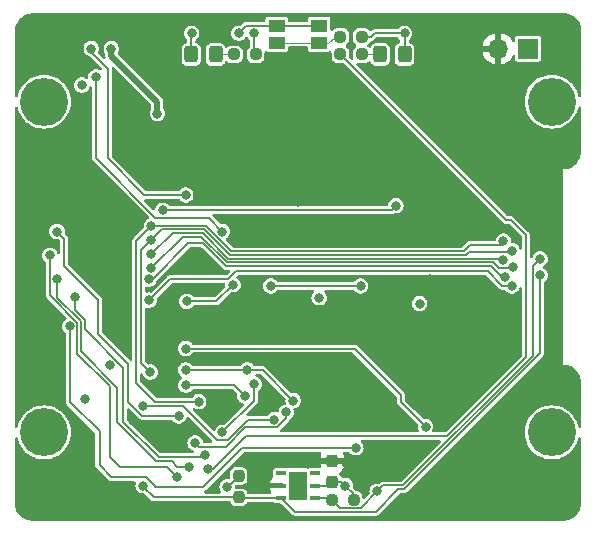
<source format=gbl>
%TF.GenerationSoftware,KiCad,Pcbnew,7.0.7*%
%TF.CreationDate,2023-11-30T17:57:34-08:00*%
%TF.ProjectId,TemperatureHumidityEPD,54656d70-6572-4617-9475-726548756d69,rev?*%
%TF.SameCoordinates,PX75040e0PY7b67cc0*%
%TF.FileFunction,Copper,L4,Bot*%
%TF.FilePolarity,Positive*%
%FSLAX46Y46*%
G04 Gerber Fmt 4.6, Leading zero omitted, Abs format (unit mm)*
G04 Created by KiCad (PCBNEW 7.0.7) date 2023-11-30 17:57:34*
%MOMM*%
%LPD*%
G01*
G04 APERTURE LIST*
G04 Aperture macros list*
%AMRoundRect*
0 Rectangle with rounded corners*
0 $1 Rounding radius*
0 $2 $3 $4 $5 $6 $7 $8 $9 X,Y pos of 4 corners*
0 Add a 4 corners polygon primitive as box body*
4,1,4,$2,$3,$4,$5,$6,$7,$8,$9,$2,$3,0*
0 Add four circle primitives for the rounded corners*
1,1,$1+$1,$2,$3*
1,1,$1+$1,$4,$5*
1,1,$1+$1,$6,$7*
1,1,$1+$1,$8,$9*
0 Add four rect primitives between the rounded corners*
20,1,$1+$1,$2,$3,$4,$5,0*
20,1,$1+$1,$4,$5,$6,$7,0*
20,1,$1+$1,$6,$7,$8,$9,0*
20,1,$1+$1,$8,$9,$2,$3,0*%
G04 Aperture macros list end*
%TA.AperFunction,ComponentPad*%
%ADD10R,1.700000X1.700000*%
%TD*%
%TA.AperFunction,ComponentPad*%
%ADD11O,1.700000X1.700000*%
%TD*%
%TA.AperFunction,WasherPad*%
%ADD12C,4.064000*%
%TD*%
%TA.AperFunction,SMDPad,CuDef*%
%ADD13RoundRect,0.237500X0.237500X-0.300000X0.237500X0.300000X-0.237500X0.300000X-0.237500X-0.300000X0*%
%TD*%
%TA.AperFunction,SMDPad,CuDef*%
%ADD14RoundRect,0.237500X-0.237500X0.250000X-0.237500X-0.250000X0.237500X-0.250000X0.237500X0.250000X0*%
%TD*%
%TA.AperFunction,SMDPad,CuDef*%
%ADD15RoundRect,0.237500X0.250000X0.237500X-0.250000X0.237500X-0.250000X-0.237500X0.250000X-0.237500X0*%
%TD*%
%TA.AperFunction,SMDPad,CuDef*%
%ADD16R,1.500000X2.400000*%
%TD*%
%TA.AperFunction,SMDPad,CuDef*%
%ADD17R,0.850000X0.450000*%
%TD*%
%TA.AperFunction,SMDPad,CuDef*%
%ADD18RoundRect,0.250000X0.325000X0.450000X-0.325000X0.450000X-0.325000X-0.450000X0.325000X-0.450000X0*%
%TD*%
%TA.AperFunction,SMDPad,CuDef*%
%ADD19RoundRect,0.237500X-0.250000X-0.237500X0.250000X-0.237500X0.250000X0.237500X-0.250000X0.237500X0*%
%TD*%
%TA.AperFunction,SMDPad,CuDef*%
%ADD20R,1.400000X1.050000*%
%TD*%
%TA.AperFunction,ViaPad*%
%ADD21C,0.800000*%
%TD*%
%TA.AperFunction,Conductor*%
%ADD22C,0.152400*%
%TD*%
%TA.AperFunction,Conductor*%
%ADD23C,0.200000*%
%TD*%
%TA.AperFunction,Conductor*%
%ADD24C,0.500000*%
%TD*%
%TA.AperFunction,Conductor*%
%ADD25C,0.100000*%
%TD*%
G04 APERTURE END LIST*
D10*
%TO.P,J1,1,Pin_1*%
%TO.N,+BATT*%
X43500000Y40000000D03*
D11*
%TO.P,J1,2,Pin_2*%
%TO.N,GND*%
X40960000Y40000000D03*
%TD*%
D12*
%TO.P,MP1,*%
%TO.N,*%
X45500000Y7500000D03*
%TD*%
%TO.P,MP2,*%
%TO.N,*%
X2500000Y35500000D03*
%TD*%
%TO.P,MP3,*%
%TO.N,*%
X2500000Y7500000D03*
%TD*%
%TO.P,MP4,*%
%TO.N,*%
X45500000Y35500000D03*
%TD*%
D13*
%TO.P,C3,1*%
%TO.N,+3V3*%
X26900000Y3337500D03*
%TO.P,C3,2*%
%TO.N,GND*%
X26900000Y5062500D03*
%TD*%
D14*
%TO.P,R1,1*%
%TO.N,+3V3*%
X19000000Y3825000D03*
%TO.P,R1,2*%
%TO.N,/I2C0_SDA*%
X19000000Y2000000D03*
%TD*%
D15*
%TO.P,R3,1*%
%TO.N,+3V3*%
X28712500Y1800000D03*
%TO.P,R3,2*%
%TO.N,/I2C0_SCL*%
X26887500Y1800000D03*
%TD*%
D16*
%TO.P,U1,*%
%TO.N,*%
X24000000Y3000000D03*
D17*
%TO.P,U1,1,SDA*%
%TO.N,/I2C0_SDA*%
X22550000Y1975000D03*
%TO.P,U1,2,GND*%
%TO.N,GND*%
X22550000Y3000000D03*
%TO.P,U1,3,NC*%
%TO.N,unconnected-(U1-NC-Pad3)*%
X22550000Y4025000D03*
%TO.P,U1,4,NC*%
%TO.N,unconnected-(U1-NC-Pad4)*%
X25450000Y4025000D03*
%TO.P,U1,5,VDD*%
%TO.N,+3V3*%
X25455000Y3000000D03*
%TO.P,U1,6,SCL*%
%TO.N,/I2C0_SCL*%
X25450000Y1975000D03*
%TD*%
D18*
%TO.P,D2,1,K*%
%TO.N,Net-(D2-K)*%
X17025000Y39500000D03*
%TO.P,D2,2,A*%
%TO.N,+3V3*%
X14975000Y39500000D03*
%TD*%
D15*
%TO.P,R12,1*%
%TO.N,/UART1_RX*%
X20412500Y39500000D03*
%TO.P,R12,2*%
%TO.N,Net-(D2-K)*%
X18587500Y39500000D03*
%TD*%
D19*
%TO.P,R11,1*%
%TO.N,/UART1_TX*%
X27587500Y39500000D03*
%TO.P,R11,2*%
%TO.N,Net-(D1-A)*%
X29412500Y39500000D03*
%TD*%
D20*
%TO.P,SW1,1,1*%
%TO.N,/SWDIO*%
X25800000Y41925000D03*
X22200000Y41925000D03*
%TO.P,SW1,2,2*%
%TO.N,Net-(R19-Pad2)*%
X25800000Y40475000D03*
X22200000Y40475000D03*
%TD*%
D18*
%TO.P,D1,1,K*%
%TO.N,+3V3*%
X33025000Y39500000D03*
%TO.P,D1,2,A*%
%TO.N,Net-(D1-A)*%
X30975000Y39500000D03*
%TD*%
D15*
%TO.P,R19,1*%
%TO.N,+3V3*%
X29412500Y41000000D03*
%TO.P,R19,2*%
%TO.N,Net-(R19-Pad2)*%
X27587500Y41000000D03*
%TD*%
D21*
%TO.N,+3V3*%
X5700000Y36900000D03*
X33025000Y41275000D03*
X25800000Y18900000D03*
X15000000Y41300000D03*
X18000000Y2900000D03*
X8100000Y13200000D03*
X6000000Y10300000D03*
X34300000Y18400000D03*
X28000000Y3000000D03*
%TO.N,GND*%
X15000000Y22800000D03*
X5400000Y5500000D03*
X24000000Y35000000D03*
X30500000Y19000000D03*
X35200000Y24800000D03*
X28000000Y31000000D03*
X16800000Y41400000D03*
X30300000Y24500000D03*
X36737500Y40862500D03*
X41800000Y17200000D03*
X38600000Y31300000D03*
X32500000Y13300000D03*
X5400000Y4000000D03*
X24000000Y27000000D03*
X2200000Y40800000D03*
X46000000Y2000000D03*
X42000000Y36200000D03*
X11700000Y37700000D03*
X5400000Y40200000D03*
X42200000Y26700000D03*
X20900000Y9600000D03*
X20000000Y31000000D03*
X10000000Y8500000D03*
X20000000Y2800000D03*
X35200000Y16300000D03*
X35166440Y20500194D03*
X31300000Y16200000D03*
X35000000Y10400000D03*
X13800000Y37300000D03*
X17200000Y9800000D03*
X28800000Y9600000D03*
X28100000Y4900000D03*
X35200000Y13300000D03*
X9000000Y42000000D03*
X16600000Y21800000D03*
X23000000Y17000000D03*
X32100000Y37400000D03*
X46300000Y41100000D03*
X2200000Y28100000D03*
X35200000Y17800000D03*
X39200000Y6000000D03*
X2200000Y15400000D03*
X2400000Y2000000D03*
%TO.N,/SWDIO*%
X19697600Y12800000D03*
X19000000Y41300000D03*
X23600000Y10200000D03*
X14500000Y12800000D03*
%TO.N,/EPD_GND*%
X4700000Y16500000D03*
X28900000Y6198100D03*
%TO.N,/EPD_POWER*%
X14500000Y14600000D03*
X34800000Y8000000D03*
%TO.N,+BATT*%
X32300000Y26700000D03*
X12100000Y34500000D03*
X12550000Y26300000D03*
X8200000Y40000000D03*
X18500000Y20000000D03*
X14600000Y18600000D03*
%TO.N,/MCU_RESET*%
X21974392Y8574392D03*
X10900000Y9700000D03*
%TO.N,/RESE*%
X21700000Y19900000D03*
X29300000Y19900000D03*
%TO.N,/EPD_BUSY*%
X41400000Y23700000D03*
X11600000Y25000000D03*
X15600000Y10100000D03*
%TO.N,/EPD_RST*%
X11500000Y12600000D03*
X11600000Y23800000D03*
X42100000Y22900000D03*
%TO.N,/EPD_DC*%
X11600000Y22600000D03*
X41400000Y22100000D03*
X3600000Y24500000D03*
X13900000Y8900000D03*
%TO.N,/SPI0_SS*%
X13800000Y3700000D03*
X11600000Y21400000D03*
X42200000Y21500000D03*
X3000000Y22500000D03*
%TO.N,/SPI0_SCLK*%
X41500000Y20700000D03*
X14800000Y4600000D03*
X11369130Y20476519D03*
X3628100Y20500000D03*
%TO.N,/SPI0_MOSI*%
X16100000Y5600000D03*
X5100000Y19000000D03*
X42100000Y19901900D03*
X11400000Y18700000D03*
%TO.N,/I2C0_SDA*%
X44500000Y20800000D03*
X10900000Y3000000D03*
%TO.N,/I2C0_SCL*%
X44500000Y22200000D03*
X30700000Y2500000D03*
%TO.N,Net-(U3-EN)*%
X17600000Y24500000D03*
X6900000Y37600000D03*
%TO.N,Net-(U3-INGOOD)*%
X14500000Y27600000D03*
X6500000Y40000000D03*
%TO.N,/UART1_TX*%
X16400000Y4400000D03*
%TO.N,/UART1_RX*%
X20300000Y41300000D03*
X17600000Y7500000D03*
X20300000Y11600000D03*
%TO.N,/SPI0_MISO*%
X15300000Y6600000D03*
X22998100Y9200000D03*
%TO.N,/SWDCLK*%
X14500000Y11500000D03*
X19500000Y10600000D03*
%TD*%
D22*
%TO.N,+3V3*%
X30200000Y41000000D02*
X30500000Y41300000D01*
D23*
X26600000Y3000000D02*
X25455000Y3000000D01*
D22*
X30500000Y41300000D02*
X33000000Y41300000D01*
D23*
X14975000Y39500000D02*
X14975000Y41275000D01*
X28000000Y3000000D02*
X27662500Y3337500D01*
X27662500Y3337500D02*
X26900000Y3337500D01*
X26900000Y3300000D02*
X26600000Y3000000D01*
X14975000Y41275000D02*
X15000000Y41300000D01*
X28712500Y2287500D02*
X28000000Y3000000D01*
X18000000Y2900000D02*
X18075000Y2900000D01*
D22*
X33000000Y41300000D02*
X33025000Y41275000D01*
D23*
X33025000Y39500000D02*
X33025000Y41275000D01*
X26900000Y3337500D02*
X26900000Y3300000D01*
D22*
X29412500Y41000000D02*
X30200000Y41000000D01*
D23*
X18075000Y2900000D02*
X19000000Y3825000D01*
X28712500Y1800000D02*
X28712500Y2287500D01*
%TO.N,GND*%
X20000000Y2800000D02*
X20200000Y3000000D01*
X28100000Y4900000D02*
X27900000Y5100000D01*
X20200000Y3000000D02*
X22550000Y3000000D01*
X27862500Y5062500D02*
X26900000Y5062500D01*
X27900000Y5100000D02*
X27862500Y5062500D01*
D22*
%TO.N,/SWDIO*%
X25800000Y41925000D02*
X22200000Y41925000D01*
X19628600Y41928600D02*
X19000000Y41300000D01*
X22196400Y41928600D02*
X19628600Y41928600D01*
X19697600Y12800000D02*
X21000000Y12800000D01*
X21000000Y12800000D02*
X23600000Y10200000D01*
X22200000Y41925000D02*
X22196400Y41928600D01*
X19697600Y12800000D02*
X14500000Y12800000D01*
D23*
%TO.N,/EPD_GND*%
X4700000Y16500000D02*
X4700000Y10100000D01*
X4700000Y10100000D02*
X7200000Y7600000D01*
X11900000Y2900000D02*
X16000000Y2900000D01*
X19298100Y6198100D02*
X28900000Y6198100D01*
X7200000Y4700000D02*
X8200000Y3700000D01*
X16000000Y2900000D02*
X19298100Y6198100D01*
X11122633Y3700000D02*
X11900000Y2922633D01*
X7200000Y7600000D02*
X7200000Y4700000D01*
X11900000Y2922633D02*
X11900000Y2900000D01*
X8200000Y3700000D02*
X11122633Y3700000D01*
D22*
%TO.N,/EPD_POWER*%
X34800000Y8000000D02*
X32700000Y10100000D01*
X32700000Y10100000D02*
X32700000Y10700000D01*
X14500000Y14600000D02*
X28800000Y14600000D01*
X28800000Y14600000D02*
X32700000Y10700000D01*
%TO.N,+BATT*%
X17100000Y18600000D02*
X18500000Y20000000D01*
D24*
X12100000Y34500000D02*
X12100000Y35500000D01*
D23*
X12597600Y26347600D02*
X12550000Y26300000D01*
X32300000Y26700000D02*
X31947600Y26347600D01*
D24*
X12100000Y35500000D02*
X8200000Y39400000D01*
D22*
X14600000Y18600000D02*
X17100000Y18600000D01*
D24*
X8200000Y39400000D02*
X8200000Y40000000D01*
D23*
X31947600Y26347600D02*
X12597600Y26347600D01*
D25*
%TO.N,Net-(D2-K)*%
X18587500Y39500000D02*
X17025000Y39500000D01*
D22*
%TO.N,/MCU_RESET*%
X18046348Y6871400D02*
X19749340Y8574392D01*
X19800000Y8574392D02*
X21974392Y8574392D01*
X19749340Y8574392D02*
X19800000Y8574392D01*
X10900000Y9700000D02*
X14297600Y9700000D01*
X14297600Y9700000D02*
X17126200Y6871400D01*
X17126200Y6871400D02*
X18046348Y6871400D01*
%TO.N,/RESE*%
X29300000Y19900000D02*
X21700000Y19900000D01*
%TO.N,/EPD_BUSY*%
X41400000Y23600000D02*
X41200000Y23400000D01*
X38600000Y23400000D02*
X38028600Y22828600D01*
X10300000Y11700000D02*
X11900000Y10100000D01*
X41200000Y23400000D02*
X38600000Y23400000D01*
X38028600Y22828600D02*
X18371400Y22828600D01*
X18371400Y22828600D02*
X16200000Y25000000D01*
X10300000Y11700000D02*
X10300000Y23700000D01*
X15600000Y10100000D02*
X11900000Y10100000D01*
X16200000Y25000000D02*
X11600000Y25000000D01*
X10300000Y23700000D02*
X11600000Y25000000D01*
%TO.N,/EPD_RST*%
X18245148Y22523800D02*
X16073748Y24695200D01*
X12495200Y24695200D02*
X11600000Y23800000D01*
X11500000Y12600000D02*
X10740530Y13359470D01*
X38500000Y22800000D02*
X38223800Y22523800D01*
X42100000Y22800000D02*
X38500000Y22800000D01*
X10740530Y22940530D02*
X11600000Y23800000D01*
X10740530Y13359470D02*
X10740530Y22940530D01*
X16073748Y24695200D02*
X12495200Y24695200D01*
X38223800Y22523800D02*
X18245148Y22523800D01*
%TO.N,/EPD_DC*%
X7100000Y18700000D02*
X4200000Y21600000D01*
X9600000Y10111025D02*
X9600000Y13300000D01*
X7100000Y15800000D02*
X7100000Y18700000D01*
X41400000Y22100000D02*
X41281000Y22219000D01*
X10811025Y8900000D02*
X9600000Y10111025D01*
X18118896Y22219000D02*
X15947496Y24390400D01*
X9600000Y13300000D02*
X7100000Y15800000D01*
X13900000Y8900000D02*
X10811025Y8900000D01*
X4200000Y21600000D02*
X4200000Y23900000D01*
X4200000Y23900000D02*
X3600000Y24500000D01*
X41281000Y22219000D02*
X18118896Y22219000D01*
X13390400Y24390400D02*
X11600000Y22600000D01*
X15947496Y24390400D02*
X13390400Y24390400D01*
%TO.N,/SPI0_SS*%
X14285600Y24085600D02*
X11600000Y21400000D01*
X12900000Y4600000D02*
X8900000Y4600000D01*
X17992644Y21914200D02*
X15821244Y24085600D01*
X8100000Y5400000D02*
X8100000Y11400000D01*
X3000000Y19100000D02*
X5328600Y16771400D01*
X42100000Y21400000D02*
X41000000Y21400000D01*
X15821244Y24085600D02*
X14285600Y24085600D01*
X3000000Y19100000D02*
X3000000Y22500000D01*
X13800000Y3700000D02*
X12900000Y4600000D01*
X8100000Y11400000D02*
X5328600Y14171400D01*
X5328600Y14171400D02*
X5328600Y16771400D01*
X8900000Y4600000D02*
X8100000Y5400000D01*
X40485800Y21914200D02*
X17992644Y21914200D01*
X41000000Y21400000D02*
X40485800Y21914200D01*
%TO.N,/SPI0_SCLK*%
X5633400Y14366600D02*
X5633400Y16897652D01*
X14728600Y23500000D02*
X11705119Y20476519D01*
X40359548Y21609400D02*
X17866392Y21609400D01*
X3628100Y18902952D02*
X3628100Y20500000D01*
X41268948Y20700000D02*
X40359548Y21609400D01*
X8700000Y8400000D02*
X8700000Y11300000D01*
X17866392Y21609400D02*
X15975792Y23500000D01*
X13304800Y5095200D02*
X12004800Y5095200D01*
X15975792Y23500000D02*
X14728600Y23500000D01*
X8700000Y11300000D02*
X5633400Y14366600D01*
X11705119Y20476519D02*
X11369130Y20476519D01*
X12004800Y5095200D02*
X8700000Y8400000D01*
X41400000Y20700000D02*
X41268948Y20700000D01*
X14800000Y4600000D02*
X13800000Y4600000D01*
X13800000Y4600000D02*
X13304800Y5095200D01*
X3628100Y18902952D02*
X5633400Y16897652D01*
%TO.N,/SPI0_MOSI*%
X18066600Y20466600D02*
X18728794Y21128794D01*
X12211025Y5400000D02*
X15900000Y5400000D01*
X9200000Y8411025D02*
X12211025Y5400000D01*
X41298100Y19901900D02*
X42100000Y19901900D01*
X11400000Y18700000D02*
X13166600Y20466600D01*
X5100000Y17862104D02*
X5938200Y17023904D01*
X9200000Y12988975D02*
X5938200Y16250775D01*
X40071206Y21128794D02*
X41298100Y19901900D01*
X5938200Y16250775D02*
X5938200Y16300000D01*
X5100000Y17862104D02*
X5100000Y19000000D01*
X5938200Y16300000D02*
X5938200Y17023904D01*
X15900000Y5400000D02*
X16100000Y5600000D01*
X9200000Y8411025D02*
X9200000Y12988975D01*
X18728794Y21128794D02*
X40071206Y21128794D01*
X13166600Y20466600D02*
X18066600Y20466600D01*
%TO.N,/I2C0_SDA*%
X30591600Y791600D02*
X32500000Y2700000D01*
X10900000Y2900000D02*
X10900000Y3000000D01*
X19000000Y2000000D02*
X11800000Y2000000D01*
X32500000Y2700000D02*
X33005156Y2700000D01*
X23733400Y791600D02*
X30591600Y791600D01*
X22550000Y1975000D02*
X19025000Y1975000D01*
X19025000Y1975000D02*
X19000000Y2000000D01*
X11800000Y2000000D02*
X10900000Y2900000D01*
X33005156Y2700000D02*
X44500000Y14194844D01*
X44500000Y14194844D02*
X44500000Y20800000D01*
X22550000Y1975000D02*
X23733400Y791600D01*
%TO.N,/I2C0_SCL*%
X27591100Y1096400D02*
X29296400Y1096400D01*
X26887500Y1800000D02*
X26712500Y1975000D01*
X44500000Y22200000D02*
X43871400Y21571400D01*
X31212948Y3012948D02*
X30700000Y2500000D01*
X43871400Y21571400D02*
X43871400Y13997296D01*
X32887052Y3012948D02*
X31212948Y3012948D01*
X29296400Y1096400D02*
X30700000Y2500000D01*
X26887500Y1800000D02*
X27591100Y1096400D01*
X26712500Y1975000D02*
X25450000Y1975000D01*
X43871400Y13997296D02*
X32887052Y3012948D01*
%TO.N,Net-(U3-EN)*%
X17600000Y24500000D02*
X16428600Y25671400D01*
X6900000Y30700000D02*
X6900000Y37600000D01*
X11928600Y25671400D02*
X6900000Y30700000D01*
X16428600Y25671400D02*
X11928600Y25671400D01*
%TO.N,Net-(U3-INGOOD)*%
X7900000Y30700000D02*
X11000000Y27600000D01*
X14500000Y27600000D02*
X11000000Y27600000D01*
X6500000Y39700000D02*
X7900000Y38300000D01*
X7900000Y38300000D02*
X7900000Y30700000D01*
X6500000Y40000000D02*
X6500000Y39700000D01*
%TO.N,/UART1_TX*%
X42006250Y25493750D02*
X43300000Y24200000D01*
X43300000Y13856948D02*
X36643052Y7200000D01*
X41593750Y25493750D02*
X42006250Y25493750D01*
X36643052Y7200000D02*
X19600000Y7200000D01*
X16800000Y4400000D02*
X16400000Y4400000D01*
X27587500Y39500000D02*
X41593750Y25493750D01*
X19600000Y7200000D02*
X16800000Y4400000D01*
X43300000Y24200000D02*
X43300000Y13856948D01*
%TO.N,/UART1_RX*%
X20412500Y39500000D02*
X20300000Y39612500D01*
X17600000Y7500000D02*
X20300000Y10200000D01*
X20300000Y39612500D02*
X20300000Y41300000D01*
X20300000Y10200000D02*
X20300000Y11600000D01*
%TO.N,/SPI0_MISO*%
X17906000Y6300000D02*
X15600000Y6300000D01*
X19551792Y7945792D02*
X17906000Y6300000D01*
X22998100Y9200000D02*
X22998100Y8709125D01*
X22234767Y7945792D02*
X19551792Y7945792D01*
X15600000Y6300000D02*
X15300000Y6600000D01*
X22998100Y8709125D02*
X22234767Y7945792D01*
%TO.N,/SWDCLK*%
X14500000Y11500000D02*
X18600000Y11500000D01*
X18600000Y11500000D02*
X19500000Y10600000D01*
D25*
%TO.N,Net-(R19-Pad2)*%
X22200000Y40475000D02*
X25800000Y40475000D01*
X27100000Y41000000D02*
X26575000Y40475000D01*
X27587500Y41000000D02*
X27100000Y41000000D01*
X26575000Y40475000D02*
X25800000Y40475000D01*
%TO.N,Net-(D1-A)*%
X30975000Y39500000D02*
X29412500Y39500000D01*
%TD*%
%TA.AperFunction,Conductor*%
%TO.N,GND*%
G36*
X36053057Y6853615D02*
G01*
X36098812Y6800811D01*
X36108756Y6731653D01*
X36079731Y6668097D01*
X36073699Y6661619D01*
X32788047Y3375967D01*
X32726724Y3342482D01*
X32700366Y3339648D01*
X31229922Y3339648D01*
X31224518Y3339884D01*
X31218397Y3340420D01*
X31184032Y3343427D01*
X31144781Y3332909D01*
X31139500Y3331738D01*
X31115091Y3327434D01*
X31099486Y3324682D01*
X31099484Y3324682D01*
X31094659Y3322925D01*
X31077401Y3315777D01*
X31072747Y3313607D01*
X31039459Y3290299D01*
X31034899Y3287394D01*
X30999714Y3267080D01*
X30999706Y3267073D01*
X30973591Y3235950D01*
X30969936Y3231961D01*
X30916277Y3178303D01*
X30854954Y3144818D01*
X30798925Y3145586D01*
X30778985Y3150500D01*
X30621015Y3150500D01*
X30621014Y3150500D01*
X30467634Y3112697D01*
X30327762Y3039285D01*
X30209516Y2934529D01*
X30119781Y2804525D01*
X30119780Y2804524D01*
X30063762Y2656819D01*
X30044722Y2500001D01*
X30044722Y2499999D01*
X30058368Y2387605D01*
X30046907Y2318682D01*
X30022953Y2284979D01*
X29662181Y1924206D01*
X29600858Y1890721D01*
X29531167Y1895705D01*
X29475233Y1937576D01*
X29450816Y2003041D01*
X29450500Y2011887D01*
X29450500Y2084174D01*
X29450499Y2084191D01*
X29444251Y2142300D01*
X29424417Y2195477D01*
X29395212Y2273778D01*
X29311116Y2386116D01*
X29219386Y2454785D01*
X29198780Y2470211D01*
X29198778Y2470212D01*
X29067299Y2519251D01*
X29008974Y2525523D01*
X28944424Y2552262D01*
X28934551Y2561131D01*
X28680689Y2814993D01*
X28647204Y2876316D01*
X28645274Y2917616D01*
X28655278Y3000000D01*
X28636237Y3156818D01*
X28580220Y3304523D01*
X28490483Y3434530D01*
X28372240Y3539283D01*
X28372238Y3539284D01*
X28372237Y3539285D01*
X28232365Y3612697D01*
X28078986Y3650500D01*
X28078985Y3650500D01*
X27921015Y3650500D01*
X27921009Y3650500D01*
X27905084Y3646575D01*
X27835282Y3649647D01*
X27820956Y3655572D01*
X27818567Y3656740D01*
X27769454Y3671362D01*
X27720986Y3688002D01*
X27713757Y3689208D01*
X27709971Y3689680D01*
X27709375Y3689939D01*
X27708055Y3690159D01*
X27700875Y3691800D01*
X27697227Y3692866D01*
X27697835Y3694951D01*
X27645886Y3717515D01*
X27609146Y3769391D01*
X27606933Y3775325D01*
X27570212Y3873778D01*
X27503460Y3962948D01*
X27479043Y4028410D01*
X27493894Y4096683D01*
X27537631Y4142796D01*
X27598037Y4180055D01*
X27719944Y4301962D01*
X27719947Y4301966D01*
X27810448Y4448689D01*
X27810453Y4448700D01*
X27864680Y4612348D01*
X27874999Y4713346D01*
X27875000Y4713359D01*
X27875000Y4812500D01*
X25925001Y4812500D01*
X25925001Y4713343D01*
X25932790Y4637101D01*
X25920020Y4568408D01*
X25872139Y4517524D01*
X25809432Y4500500D01*
X25000324Y4500500D01*
X24927260Y4485967D01*
X24894057Y4463782D01*
X24827379Y4442906D01*
X24800980Y4445268D01*
X24774675Y4450500D01*
X24774674Y4450500D01*
X23225326Y4450500D01*
X23225325Y4450500D01*
X23199020Y4445268D01*
X23129429Y4451497D01*
X23105942Y4463783D01*
X23072740Y4485967D01*
X22999677Y4500500D01*
X22999674Y4500500D01*
X22100326Y4500500D01*
X22100323Y4500500D01*
X22027264Y4485968D01*
X22027260Y4485967D01*
X21944399Y4430601D01*
X21889033Y4347740D01*
X21889032Y4347736D01*
X21874500Y4274679D01*
X21874500Y3775325D01*
X21878867Y3753368D01*
X21872638Y3683776D01*
X21831561Y3629913D01*
X21767809Y3582188D01*
X21681649Y3467094D01*
X21681645Y3467087D01*
X21631403Y3332380D01*
X21631401Y3332373D01*
X21625000Y3272845D01*
X21625000Y3225000D01*
X22651000Y3225000D01*
X22718039Y3205315D01*
X22763794Y3152511D01*
X22775000Y3101000D01*
X22775000Y2899000D01*
X22755315Y2831961D01*
X22702511Y2786206D01*
X22651000Y2775000D01*
X21625000Y2775000D01*
X21625000Y2727156D01*
X21631401Y2667628D01*
X21631403Y2667621D01*
X21681645Y2532914D01*
X21681647Y2532912D01*
X21706276Y2500011D01*
X21730693Y2434547D01*
X21715842Y2366274D01*
X21666437Y2316868D01*
X21607009Y2301700D01*
X19825151Y2301700D01*
X19758112Y2321385D01*
X19712357Y2374189D01*
X19708969Y2382366D01*
X19702638Y2399341D01*
X19670212Y2486278D01*
X19659940Y2499999D01*
X19629653Y2540458D01*
X19586116Y2598616D01*
X19505011Y2659331D01*
X19473780Y2682711D01*
X19473778Y2682712D01*
X19439554Y2695477D01*
X19342299Y2731752D01*
X19284190Y2738000D01*
X19284174Y2738000D01*
X18775575Y2738000D01*
X18708536Y2757685D01*
X18662781Y2810489D01*
X18652479Y2876945D01*
X18655278Y2900000D01*
X18655278Y2900003D01*
X18653396Y2915498D01*
X18664854Y2984421D01*
X18688808Y3018128D01*
X18721365Y3050684D01*
X18782691Y3084167D01*
X18809045Y3087000D01*
X19284174Y3087000D01*
X19284190Y3087001D01*
X19342299Y3093249D01*
X19363080Y3101000D01*
X19473778Y3142288D01*
X19586116Y3226384D01*
X19670212Y3338722D01*
X19719251Y3470201D01*
X19720075Y3477862D01*
X19725499Y3528310D01*
X19725500Y3528327D01*
X19725500Y4121674D01*
X19725499Y4121691D01*
X19719251Y4179800D01*
X19697923Y4236981D01*
X19670212Y4311278D01*
X19586116Y4423616D01*
X19502826Y4485967D01*
X19473780Y4507711D01*
X19473778Y4507712D01*
X19447144Y4517646D01*
X19342299Y4556752D01*
X19284190Y4563000D01*
X19284174Y4563000D01*
X18715826Y4563000D01*
X18715809Y4563000D01*
X18657700Y4556752D01*
X18526219Y4507711D01*
X18413884Y4423616D01*
X18329789Y4311281D01*
X18280748Y4179800D01*
X18274500Y4121691D01*
X18274500Y3660585D01*
X18254815Y3593546D01*
X18202011Y3547791D01*
X18132853Y3537847D01*
X18120827Y3540188D01*
X18078988Y3550500D01*
X18078985Y3550500D01*
X17921015Y3550500D01*
X17921014Y3550500D01*
X17767634Y3512697D01*
X17627762Y3439285D01*
X17604812Y3418953D01*
X17515561Y3339884D01*
X17509516Y3334529D01*
X17419781Y3204525D01*
X17419780Y3204524D01*
X17363762Y3056819D01*
X17344722Y2900001D01*
X17344722Y2900000D01*
X17363762Y2743182D01*
X17413968Y2610802D01*
X17419780Y2595477D01*
X17468109Y2525460D01*
X17471091Y2521140D01*
X17492974Y2454785D01*
X17475509Y2387134D01*
X17424241Y2339664D01*
X17369041Y2326700D01*
X16166725Y2326700D01*
X16099686Y2346385D01*
X16053931Y2399189D01*
X16043987Y2468347D01*
X16073012Y2531903D01*
X16107705Y2559753D01*
X16160444Y2588296D01*
X16181555Y2598616D01*
X16206484Y2610802D01*
X16206487Y2610806D01*
X16212453Y2615065D01*
X16218254Y2619581D01*
X16218258Y2619582D01*
X16252957Y2657276D01*
X19406962Y5811282D01*
X19468285Y5844766D01*
X19494643Y5847600D01*
X25874784Y5847600D01*
X25941823Y5827915D01*
X25987578Y5775111D01*
X25997522Y5705953D01*
X25990825Y5683488D01*
X25991819Y5683158D01*
X25935319Y5512653D01*
X25925000Y5411655D01*
X25925000Y5312500D01*
X27874999Y5312500D01*
X27874999Y5411640D01*
X27874998Y5411655D01*
X27864680Y5512653D01*
X27808181Y5683158D01*
X27810886Y5684055D01*
X27802338Y5740241D01*
X27830841Y5804032D01*
X27889308Y5842287D01*
X27925216Y5847600D01*
X28286436Y5847600D01*
X28353475Y5827915D01*
X28388487Y5794038D01*
X28409515Y5763572D01*
X28409516Y5763571D01*
X28409517Y5763570D01*
X28527760Y5658817D01*
X28527762Y5658816D01*
X28667634Y5585404D01*
X28821014Y5547600D01*
X28821015Y5547600D01*
X28978985Y5547600D01*
X29132365Y5585404D01*
X29160177Y5600001D01*
X29272240Y5658817D01*
X29390483Y5763570D01*
X29480220Y5893577D01*
X29536237Y6041282D01*
X29555278Y6198100D01*
X29543455Y6295477D01*
X29536237Y6354919D01*
X29502763Y6443182D01*
X29480220Y6502623D01*
X29390483Y6632630D01*
X29374957Y6646385D01*
X29363557Y6656485D01*
X29326430Y6715674D01*
X29327198Y6785540D01*
X29365616Y6843899D01*
X29429486Y6872224D01*
X29445784Y6873300D01*
X35986018Y6873300D01*
X36053057Y6853615D01*
G37*
%TD.AperFunction*%
%TA.AperFunction,Conductor*%
G36*
X9731902Y9516653D02*
G01*
X9738380Y9510621D01*
X10568011Y8680990D01*
X10571662Y8677006D01*
X10597787Y8645872D01*
X10632964Y8625563D01*
X10637529Y8622655D01*
X10670824Y8599342D01*
X10675528Y8597148D01*
X10692698Y8590037D01*
X10697560Y8588267D01*
X10697561Y8588267D01*
X10697563Y8588266D01*
X10737591Y8581209D01*
X10742847Y8580044D01*
X10782111Y8569522D01*
X10822595Y8573065D01*
X10827999Y8573300D01*
X13270008Y8573300D01*
X13337047Y8553615D01*
X13372056Y8519742D01*
X13409517Y8465470D01*
X13527760Y8360717D01*
X13527762Y8360716D01*
X13667634Y8287304D01*
X13821014Y8249500D01*
X13821015Y8249500D01*
X13978985Y8249500D01*
X14132365Y8287304D01*
X14132364Y8287304D01*
X14272240Y8360717D01*
X14390483Y8465470D01*
X14480220Y8595477D01*
X14536237Y8743182D01*
X14536237Y8743184D01*
X14538663Y8749580D01*
X14580841Y8805283D01*
X14646438Y8829340D01*
X14714629Y8814113D01*
X14742286Y8793290D01*
X16697196Y6838381D01*
X16730681Y6777058D01*
X16725697Y6707366D01*
X16683825Y6651433D01*
X16618361Y6627016D01*
X16609515Y6626700D01*
X16061891Y6626700D01*
X15994852Y6646385D01*
X15949097Y6699189D01*
X15938795Y6735752D01*
X15938361Y6739324D01*
X15936237Y6756818D01*
X15880220Y6904523D01*
X15790483Y7034530D01*
X15672240Y7139283D01*
X15672238Y7139284D01*
X15672237Y7139285D01*
X15532365Y7212697D01*
X15378986Y7250500D01*
X15378985Y7250500D01*
X15221015Y7250500D01*
X15221014Y7250500D01*
X15067634Y7212697D01*
X14927762Y7139285D01*
X14809516Y7034529D01*
X14719781Y6904525D01*
X14719780Y6904524D01*
X14663762Y6756819D01*
X14644722Y6600001D01*
X14644722Y6600000D01*
X14663762Y6443182D01*
X14697237Y6354918D01*
X14719780Y6295477D01*
X14809517Y6165470D01*
X14927760Y6060717D01*
X14927762Y6060716D01*
X15067634Y5987304D01*
X15067633Y5987304D01*
X15133390Y5971097D01*
X15193771Y5935941D01*
X15225560Y5873722D01*
X15218664Y5804193D01*
X15175273Y5749430D01*
X15109163Y5726820D01*
X15103716Y5726700D01*
X12397710Y5726700D01*
X12330671Y5746385D01*
X12310029Y5763019D01*
X9563018Y8510031D01*
X9529533Y8571354D01*
X9526699Y8597704D01*
X9526699Y9422941D01*
X9546384Y9489979D01*
X9599188Y9535734D01*
X9668346Y9545678D01*
X9731902Y9516653D01*
G37*
%TD.AperFunction*%
%TA.AperFunction,Conductor*%
G36*
X39951559Y20782409D02*
G01*
X39972201Y20765775D01*
X41055086Y19682890D01*
X41058742Y19678901D01*
X41084862Y19647772D01*
X41084863Y19647771D01*
X41120053Y19627453D01*
X41124614Y19624547D01*
X41141540Y19612696D01*
X41157900Y19601241D01*
X41157903Y19601241D01*
X41162602Y19599049D01*
X41179770Y19591938D01*
X41184636Y19590167D01*
X41184638Y19590166D01*
X41224662Y19583110D01*
X41229919Y19581944D01*
X41269186Y19571422D01*
X41309670Y19574965D01*
X41315074Y19575200D01*
X41470008Y19575200D01*
X41537047Y19555515D01*
X41572056Y19521642D01*
X41609517Y19467370D01*
X41727760Y19362617D01*
X41727762Y19362616D01*
X41867634Y19289204D01*
X42021014Y19251400D01*
X42021015Y19251400D01*
X42178985Y19251400D01*
X42332365Y19289204D01*
X42332364Y19289205D01*
X42472240Y19362617D01*
X42590483Y19467370D01*
X42680220Y19597377D01*
X42722400Y19708599D01*
X42733358Y19737490D01*
X42775536Y19793193D01*
X42841134Y19817250D01*
X42909324Y19802023D01*
X42958457Y19752347D01*
X42973300Y19693519D01*
X42973300Y14043634D01*
X42953615Y13976595D01*
X42936981Y13955953D01*
X36544047Y7563019D01*
X36482724Y7529534D01*
X36456366Y7526700D01*
X35495856Y7526700D01*
X35428817Y7546385D01*
X35383062Y7599189D01*
X35373118Y7668347D01*
X35379914Y7694671D01*
X35382464Y7701393D01*
X35436237Y7843182D01*
X35455278Y8000000D01*
X35451071Y8034653D01*
X35436237Y8156819D01*
X35386750Y8287304D01*
X35380220Y8304523D01*
X35290483Y8434530D01*
X35172240Y8539283D01*
X35172238Y8539284D01*
X35172237Y8539285D01*
X35032365Y8612697D01*
X34878986Y8650500D01*
X34878985Y8650500D01*
X34721015Y8650500D01*
X34721012Y8650500D01*
X34701075Y8645586D01*
X34631272Y8648656D01*
X34583721Y8678302D01*
X33824204Y9437819D01*
X33063019Y10199005D01*
X33029534Y10260328D01*
X33026700Y10286686D01*
X33026700Y10683027D01*
X33026936Y10688434D01*
X33030478Y10728914D01*
X33030477Y10728916D01*
X33027699Y10739283D01*
X33019956Y10768178D01*
X33018789Y10773444D01*
X33011868Y10812697D01*
X33011734Y10813462D01*
X33011733Y10813464D01*
X33011733Y10813465D01*
X33009963Y10818327D01*
X33002852Y10835497D01*
X33000658Y10840201D01*
X32977345Y10873496D01*
X32974437Y10878061D01*
X32969101Y10887304D01*
X32954128Y10913238D01*
X32922994Y10939363D01*
X32919010Y10943014D01*
X29043013Y14819011D01*
X29039357Y14823001D01*
X29013240Y14854126D01*
X29013235Y14854130D01*
X28978047Y14874446D01*
X28973485Y14877353D01*
X28940198Y14900660D01*
X28935524Y14902839D01*
X28918312Y14909969D01*
X28913463Y14911734D01*
X28873452Y14918789D01*
X28868170Y14919960D01*
X28828913Y14930479D01*
X28793249Y14927358D01*
X28788429Y14926936D01*
X28783026Y14926700D01*
X15129992Y14926700D01*
X15062953Y14946385D01*
X15027943Y14980259D01*
X14990483Y15034530D01*
X14872240Y15139283D01*
X14872238Y15139284D01*
X14872237Y15139285D01*
X14732365Y15212697D01*
X14578986Y15250500D01*
X14578985Y15250500D01*
X14421015Y15250500D01*
X14421014Y15250500D01*
X14267634Y15212697D01*
X14127762Y15139285D01*
X14009516Y15034529D01*
X13919781Y14904525D01*
X13919780Y14904524D01*
X13863762Y14756819D01*
X13844722Y14600001D01*
X13844722Y14600000D01*
X13863762Y14443182D01*
X13919780Y14295477D01*
X14009517Y14165470D01*
X14127760Y14060717D01*
X14127762Y14060716D01*
X14267634Y13987304D01*
X14421014Y13949500D01*
X14421015Y13949500D01*
X14578985Y13949500D01*
X14732365Y13987304D01*
X14754619Y13998984D01*
X14872240Y14060717D01*
X14990483Y14165470D01*
X15027942Y14219741D01*
X15082224Y14263730D01*
X15129992Y14273300D01*
X28613314Y14273300D01*
X28680353Y14253615D01*
X28700995Y14236981D01*
X32336981Y10600996D01*
X32370466Y10539673D01*
X32373300Y10513315D01*
X32373299Y10116975D01*
X32373063Y10111570D01*
X32369521Y10071087D01*
X32380040Y10031830D01*
X32381211Y10026548D01*
X32388266Y9986537D01*
X32390031Y9981688D01*
X32397161Y9964476D01*
X32399340Y9959802D01*
X32422647Y9926515D01*
X32425554Y9921953D01*
X32445870Y9886765D01*
X32445874Y9886760D01*
X32476999Y9860643D01*
X32480989Y9856987D01*
X34122954Y8215023D01*
X34156439Y8153700D01*
X34158369Y8112396D01*
X34144722Y8000001D01*
X34144722Y8000000D01*
X34163762Y7843182D01*
X34180684Y7798564D01*
X34217536Y7701393D01*
X34220086Y7694671D01*
X34225453Y7625008D01*
X34192306Y7563502D01*
X34131168Y7529680D01*
X34104144Y7526700D01*
X22577060Y7526700D01*
X22510021Y7546385D01*
X22464266Y7599189D01*
X22454322Y7668347D01*
X22483347Y7731903D01*
X22489379Y7738381D01*
X22662913Y7911915D01*
X23217130Y8466133D01*
X23221081Y8469753D01*
X23252228Y8495887D01*
X23272553Y8531094D01*
X23275450Y8535639D01*
X23278003Y8539285D01*
X23298759Y8568926D01*
X23298760Y8568931D01*
X23300963Y8573654D01*
X23308043Y8590748D01*
X23308399Y8591724D01*
X23308511Y8591877D01*
X23310706Y8597175D01*
X23315265Y8605069D01*
X23317340Y8603871D01*
X23349819Y8647993D01*
X23367298Y8659121D01*
X23370340Y8660717D01*
X23488583Y8765470D01*
X23578320Y8895477D01*
X23634337Y9043182D01*
X23653378Y9200000D01*
X23649775Y9229670D01*
X23634337Y9356818D01*
X23620959Y9392092D01*
X23615592Y9461756D01*
X23648739Y9523262D01*
X23707227Y9556461D01*
X23757428Y9568834D01*
X23832365Y9587304D01*
X23972240Y9660717D01*
X24090483Y9765470D01*
X24180220Y9895477D01*
X24236237Y10043182D01*
X24255278Y10200000D01*
X24244753Y10286686D01*
X24236237Y10356819D01*
X24209734Y10426700D01*
X24180220Y10504523D01*
X24090483Y10634530D01*
X23972240Y10739283D01*
X23972238Y10739284D01*
X23972237Y10739285D01*
X23832365Y10812697D01*
X23678986Y10850500D01*
X23678985Y10850500D01*
X23521015Y10850500D01*
X23521009Y10850500D01*
X23501071Y10845586D01*
X23431269Y10848658D01*
X23383721Y10878303D01*
X21243013Y13019011D01*
X21239357Y13023001D01*
X21213240Y13054126D01*
X21213235Y13054130D01*
X21178047Y13074446D01*
X21173485Y13077353D01*
X21140198Y13100660D01*
X21135524Y13102839D01*
X21118312Y13109969D01*
X21113463Y13111734D01*
X21073452Y13118789D01*
X21068170Y13119960D01*
X21028913Y13130479D01*
X20993249Y13127358D01*
X20988429Y13126936D01*
X20983026Y13126700D01*
X20327592Y13126700D01*
X20260553Y13146385D01*
X20225543Y13180259D01*
X20188083Y13234530D01*
X20069840Y13339283D01*
X20069838Y13339284D01*
X20069837Y13339285D01*
X19929965Y13412697D01*
X19776586Y13450500D01*
X19776585Y13450500D01*
X19618615Y13450500D01*
X19618614Y13450500D01*
X19465234Y13412697D01*
X19325362Y13339285D01*
X19269615Y13289898D01*
X19207117Y13234530D01*
X19169657Y13180260D01*
X19115376Y13136270D01*
X19067608Y13126700D01*
X15129992Y13126700D01*
X15062953Y13146385D01*
X15027943Y13180259D01*
X14990483Y13234530D01*
X14872240Y13339283D01*
X14872238Y13339284D01*
X14872237Y13339285D01*
X14732365Y13412697D01*
X14578986Y13450500D01*
X14578985Y13450500D01*
X14421015Y13450500D01*
X14421014Y13450500D01*
X14267634Y13412697D01*
X14127762Y13339285D01*
X14072015Y13289898D01*
X14021670Y13245296D01*
X14009516Y13234529D01*
X13919781Y13104525D01*
X13919780Y13104524D01*
X13863762Y12956819D01*
X13844722Y12800001D01*
X13844722Y12800000D01*
X13863762Y12643182D01*
X13903125Y12539393D01*
X13919780Y12495477D01*
X14009517Y12365470D01*
X14127760Y12260717D01*
X14127762Y12260716D01*
X14129518Y12259794D01*
X14130566Y12258780D01*
X14133934Y12256455D01*
X14133547Y12255895D01*
X14179728Y12211207D01*
X14195700Y12143187D01*
X14172362Y12077331D01*
X14133723Y12043851D01*
X14133934Y12043545D01*
X14131167Y12041636D01*
X14129518Y12040206D01*
X14127762Y12039285D01*
X14009516Y11934529D01*
X13919781Y11804525D01*
X13919780Y11804524D01*
X13863762Y11656819D01*
X13844722Y11500001D01*
X13844722Y11500000D01*
X13863762Y11343182D01*
X13907123Y11228850D01*
X13919780Y11195477D01*
X14009517Y11065470D01*
X14127760Y10960717D01*
X14127762Y10960716D01*
X14267634Y10887304D01*
X14421014Y10849500D01*
X14421015Y10849500D01*
X14578985Y10849500D01*
X14732365Y10887304D01*
X14732364Y10887304D01*
X14872240Y10960717D01*
X14990483Y11065470D01*
X15027942Y11119741D01*
X15082224Y11163730D01*
X15129992Y11173300D01*
X18413314Y11173300D01*
X18480353Y11153615D01*
X18500995Y11136981D01*
X18822954Y10815022D01*
X18856439Y10753699D01*
X18858369Y10712395D01*
X18844722Y10600001D01*
X18844722Y10600000D01*
X18863762Y10443182D01*
X18913249Y10312697D01*
X18919780Y10295477D01*
X19009517Y10165470D01*
X19127760Y10060717D01*
X19129505Y10059801D01*
X19267634Y9987304D01*
X19290420Y9981688D01*
X19341090Y9969200D01*
X19401470Y9934045D01*
X19433259Y9871826D01*
X19426364Y9802297D01*
X19399096Y9761122D01*
X17816277Y8178303D01*
X17754954Y8144818D01*
X17698925Y8145586D01*
X17678985Y8150500D01*
X17521015Y8150500D01*
X17521014Y8150500D01*
X17367634Y8112697D01*
X17227762Y8039285D01*
X17191878Y8007495D01*
X17118488Y7942477D01*
X17109516Y7934529D01*
X17019781Y7804526D01*
X16987513Y7719442D01*
X16945334Y7663740D01*
X16879737Y7639683D01*
X16811547Y7654910D01*
X16783890Y7675733D01*
X15111772Y9347852D01*
X15078287Y9409175D01*
X15083271Y9478867D01*
X15125143Y9534800D01*
X15190607Y9559217D01*
X15257078Y9545330D01*
X15367635Y9487304D01*
X15444325Y9468403D01*
X15521014Y9449500D01*
X15521015Y9449500D01*
X15678985Y9449500D01*
X15832365Y9487304D01*
X15854920Y9499142D01*
X15972240Y9560717D01*
X16090483Y9665470D01*
X16180220Y9795477D01*
X16236237Y9943182D01*
X16255278Y10100000D01*
X16252054Y10126557D01*
X16236237Y10256819D01*
X16198312Y10356818D01*
X16180220Y10404523D01*
X16090483Y10534530D01*
X15972240Y10639283D01*
X15972238Y10639284D01*
X15972237Y10639285D01*
X15832365Y10712697D01*
X15678986Y10750500D01*
X15678985Y10750500D01*
X15521015Y10750500D01*
X15521014Y10750500D01*
X15367634Y10712697D01*
X15227762Y10639285D01*
X15184542Y10600996D01*
X15109517Y10534530D01*
X15072057Y10480260D01*
X15017776Y10436270D01*
X14970008Y10426700D01*
X12086686Y10426700D01*
X12019647Y10446385D01*
X11999005Y10463019D01*
X10663018Y11799006D01*
X10629533Y11860329D01*
X10626699Y11886687D01*
X10626699Y12391621D01*
X10646384Y12458660D01*
X10699188Y12504415D01*
X10768346Y12514359D01*
X10831902Y12485334D01*
X10866641Y12435592D01*
X10897500Y12354224D01*
X10919780Y12295477D01*
X11009517Y12165470D01*
X11127760Y12060717D01*
X11127762Y12060716D01*
X11267634Y11987304D01*
X11421014Y11949500D01*
X11421015Y11949500D01*
X11578985Y11949500D01*
X11732365Y11987304D01*
X11771517Y12007853D01*
X11872240Y12060717D01*
X11990483Y12165470D01*
X12080220Y12295477D01*
X12136237Y12443182D01*
X12155278Y12600000D01*
X12147200Y12666533D01*
X12136237Y12756819D01*
X12107934Y12831447D01*
X12080220Y12904523D01*
X11990483Y13034530D01*
X11872240Y13139283D01*
X11872238Y13139284D01*
X11872237Y13139285D01*
X11732365Y13212697D01*
X11578986Y13250500D01*
X11578985Y13250500D01*
X11421015Y13250500D01*
X11421012Y13250500D01*
X11401073Y13245586D01*
X11331271Y13248658D01*
X11283722Y13278303D01*
X11196287Y13365738D01*
X11103546Y13458478D01*
X11070063Y13519799D01*
X11067229Y13546148D01*
X11067229Y17953779D01*
X11086914Y18020817D01*
X11139718Y18066572D01*
X11208876Y18076516D01*
X11220897Y18074177D01*
X11321015Y18049500D01*
X11478985Y18049500D01*
X11632365Y18087304D01*
X11732771Y18140002D01*
X11772240Y18160717D01*
X11890483Y18265470D01*
X11980220Y18395477D01*
X12036237Y18543182D01*
X12055278Y18700000D01*
X12047002Y18768158D01*
X12041631Y18812396D01*
X12053092Y18881319D01*
X12077046Y18915023D01*
X13265605Y20103581D01*
X13326928Y20137066D01*
X13353286Y20139900D01*
X17721742Y20139900D01*
X17788781Y20120215D01*
X17834536Y20067411D01*
X17843823Y20007501D01*
X17844722Y20007501D01*
X17844722Y20001700D01*
X17844837Y20000953D01*
X17844722Y20000001D01*
X17844722Y19999998D01*
X17858368Y19887605D01*
X17846907Y19818682D01*
X17822953Y19784979D01*
X17000995Y18963019D01*
X16939672Y18929534D01*
X16913314Y18926700D01*
X15229992Y18926700D01*
X15162953Y18946385D01*
X15127943Y18980259D01*
X15090483Y19034530D01*
X14972240Y19139283D01*
X14972238Y19139284D01*
X14972237Y19139285D01*
X14832365Y19212697D01*
X14678986Y19250500D01*
X14678985Y19250500D01*
X14521015Y19250500D01*
X14521014Y19250500D01*
X14367634Y19212697D01*
X14227762Y19139285D01*
X14227759Y19139283D01*
X14227760Y19139283D01*
X14113746Y19038276D01*
X14109516Y19034529D01*
X14019781Y18904525D01*
X14019780Y18904524D01*
X13963762Y18756819D01*
X13944722Y18600001D01*
X13944722Y18600000D01*
X13963762Y18443182D01*
X14018315Y18299341D01*
X14019780Y18295477D01*
X14109517Y18165470D01*
X14227760Y18060717D01*
X14227762Y18060716D01*
X14367634Y17987304D01*
X14521014Y17949500D01*
X14521015Y17949500D01*
X14678985Y17949500D01*
X14832365Y17987304D01*
X14851654Y17997428D01*
X14972240Y18060717D01*
X15090483Y18165470D01*
X15127942Y18219741D01*
X15182224Y18263730D01*
X15229992Y18273300D01*
X17083026Y18273300D01*
X17088429Y18273065D01*
X17128914Y18269522D01*
X17168185Y18280046D01*
X17173427Y18281208D01*
X17213462Y18288266D01*
X17213464Y18288268D01*
X17218355Y18290047D01*
X17235473Y18297138D01*
X17240194Y18299340D01*
X17240199Y18299341D01*
X17273492Y18322655D01*
X17278031Y18325547D01*
X17313238Y18345872D01*
X17339372Y18377019D01*
X17342992Y18380970D01*
X18283723Y19321701D01*
X18345044Y19355184D01*
X18401078Y19354415D01*
X18421015Y19349500D01*
X18578985Y19349500D01*
X18732365Y19387304D01*
X18786417Y19415673D01*
X18872240Y19460717D01*
X18990483Y19565470D01*
X19080220Y19695477D01*
X19136237Y19843182D01*
X19143136Y19900000D01*
X21044722Y19900000D01*
X21063762Y19743182D01*
X21107653Y19627453D01*
X21119780Y19595477D01*
X21209517Y19465470D01*
X21327760Y19360717D01*
X21327762Y19360716D01*
X21467634Y19287304D01*
X21621014Y19249500D01*
X21621015Y19249500D01*
X21778985Y19249500D01*
X21932365Y19287304D01*
X21935985Y19289204D01*
X22072240Y19360717D01*
X22190483Y19465470D01*
X22227942Y19519741D01*
X22282224Y19563730D01*
X22329992Y19573300D01*
X25252072Y19573300D01*
X25319111Y19553615D01*
X25364866Y19500811D01*
X25374810Y19431653D01*
X25345785Y19368097D01*
X25334298Y19356484D01*
X25309517Y19334532D01*
X25219781Y19204525D01*
X25219780Y19204524D01*
X25163762Y19056819D01*
X25144722Y18900001D01*
X25144722Y18900000D01*
X25163762Y18743182D01*
X25217687Y18600996D01*
X25219780Y18595477D01*
X25309517Y18465470D01*
X25427760Y18360717D01*
X25427762Y18360716D01*
X25567634Y18287304D01*
X25721014Y18249500D01*
X25721015Y18249500D01*
X25878985Y18249500D01*
X26032365Y18287304D01*
X26102667Y18324202D01*
X26172240Y18360717D01*
X26216582Y18400000D01*
X33644722Y18400000D01*
X33663762Y18243182D01*
X33695038Y18160716D01*
X33719780Y18095477D01*
X33809517Y17965470D01*
X33927760Y17860717D01*
X33927762Y17860716D01*
X34067634Y17787304D01*
X34221014Y17749500D01*
X34221015Y17749500D01*
X34378985Y17749500D01*
X34532365Y17787304D01*
X34532364Y17787305D01*
X34672240Y17860717D01*
X34790483Y17965470D01*
X34880220Y18095477D01*
X34936237Y18243182D01*
X34955278Y18400000D01*
X34936237Y18556818D01*
X34933256Y18564677D01*
X34887343Y18685741D01*
X34880220Y18704523D01*
X34790483Y18834530D01*
X34672240Y18939283D01*
X34672238Y18939284D01*
X34672237Y18939285D01*
X34532365Y19012697D01*
X34378986Y19050500D01*
X34378985Y19050500D01*
X34221015Y19050500D01*
X34221014Y19050500D01*
X34067634Y19012697D01*
X33927762Y18939285D01*
X33809516Y18834529D01*
X33719781Y18704525D01*
X33719780Y18704524D01*
X33663762Y18556819D01*
X33644722Y18400001D01*
X33644722Y18400000D01*
X26216582Y18400000D01*
X26290483Y18465470D01*
X26380220Y18595477D01*
X26436237Y18743182D01*
X26455278Y18900000D01*
X26453671Y18913240D01*
X26436237Y19056819D01*
X26414450Y19114267D01*
X26380220Y19204523D01*
X26299340Y19321699D01*
X26290482Y19334532D01*
X26265702Y19356484D01*
X26228575Y19415673D01*
X26229341Y19485539D01*
X26267759Y19543899D01*
X26331629Y19572224D01*
X26347928Y19573300D01*
X28670008Y19573300D01*
X28737047Y19553615D01*
X28772056Y19519742D01*
X28809517Y19465470D01*
X28927760Y19360717D01*
X28927762Y19360716D01*
X29067634Y19287304D01*
X29221014Y19249500D01*
X29221015Y19249500D01*
X29378985Y19249500D01*
X29532365Y19287304D01*
X29535985Y19289204D01*
X29672240Y19360717D01*
X29790483Y19465470D01*
X29880220Y19595477D01*
X29936237Y19743182D01*
X29955278Y19900000D01*
X29943021Y20000951D01*
X29936237Y20056819D01*
X29898312Y20156818D01*
X29880220Y20204523D01*
X29790483Y20334530D01*
X29672240Y20439283D01*
X29672238Y20439284D01*
X29672237Y20439285D01*
X29532365Y20512697D01*
X29378986Y20550500D01*
X29378985Y20550500D01*
X29221015Y20550500D01*
X29221014Y20550500D01*
X29067634Y20512697D01*
X28927762Y20439285D01*
X28927759Y20439283D01*
X28927760Y20439283D01*
X28809517Y20334530D01*
X28772057Y20280260D01*
X28717776Y20236270D01*
X28670008Y20226700D01*
X22329992Y20226700D01*
X22262953Y20246385D01*
X22227943Y20280259D01*
X22190483Y20334530D01*
X22072240Y20439283D01*
X22072238Y20439284D01*
X22072237Y20439285D01*
X21932365Y20512697D01*
X21778986Y20550500D01*
X21778985Y20550500D01*
X21621015Y20550500D01*
X21621014Y20550500D01*
X21467634Y20512697D01*
X21327762Y20439285D01*
X21209516Y20334529D01*
X21119781Y20204525D01*
X21119780Y20204524D01*
X21063762Y20056819D01*
X21044722Y19900001D01*
X21044722Y19900000D01*
X19143136Y19900000D01*
X19155278Y20000000D01*
X19150180Y20041991D01*
X19136237Y20156819D01*
X19102269Y20246385D01*
X19080220Y20304523D01*
X18990483Y20434530D01*
X18872240Y20539283D01*
X18843775Y20554223D01*
X18793565Y20602806D01*
X18777590Y20670825D01*
X18800925Y20736683D01*
X18813720Y20751698D01*
X18827801Y20765778D01*
X18889126Y20799261D01*
X18915480Y20802094D01*
X39884520Y20802094D01*
X39951559Y20782409D01*
G37*
%TD.AperFunction*%
%TA.AperFunction,Conductor*%
G36*
X20880353Y12453615D02*
G01*
X20900995Y12436981D01*
X22922954Y10415022D01*
X22956439Y10353699D01*
X22958369Y10312395D01*
X22944722Y10200001D01*
X22944722Y10200000D01*
X22963763Y10043181D01*
X22963763Y10043179D01*
X22977140Y10007907D01*
X22982507Y9938244D01*
X22949359Y9876738D01*
X22890873Y9843540D01*
X22765733Y9812696D01*
X22625862Y9739285D01*
X22507616Y9634529D01*
X22417881Y9504525D01*
X22417880Y9504524D01*
X22361863Y9356820D01*
X22354217Y9293848D01*
X22326595Y9229670D01*
X22268661Y9190614D01*
X22201447Y9188398D01*
X22053378Y9224892D01*
X22053377Y9224892D01*
X21895407Y9224892D01*
X21895406Y9224892D01*
X21742026Y9187089D01*
X21602154Y9113677D01*
X21594677Y9107053D01*
X21483909Y9008922D01*
X21446449Y8954652D01*
X21392168Y8910662D01*
X21344400Y8901092D01*
X19766304Y8901092D01*
X19760907Y8901328D01*
X19752188Y8902091D01*
X19687121Y8927546D01*
X19646145Y8984139D01*
X19642271Y9053901D01*
X19675319Y9113297D01*
X20519030Y9957008D01*
X20522981Y9960628D01*
X20554128Y9986762D01*
X20574453Y10021969D01*
X20577350Y10026514D01*
X20577374Y10026548D01*
X20600659Y10059801D01*
X20600660Y10059806D01*
X20602862Y10064527D01*
X20609950Y10081638D01*
X20611734Y10086539D01*
X20614107Y10100000D01*
X20618790Y10126565D01*
X20619956Y10131825D01*
X20630478Y10171087D01*
X20626935Y10211573D01*
X20626700Y10216976D01*
X20626700Y10964565D01*
X20646385Y11031604D01*
X20668474Y11057381D01*
X20790482Y11165469D01*
X20790483Y11165470D01*
X20880220Y11295477D01*
X20936237Y11443182D01*
X20955278Y11600000D01*
X20937334Y11747788D01*
X20936237Y11756819D01*
X20909645Y11826936D01*
X20880220Y11904523D01*
X20790483Y12034530D01*
X20672240Y12139283D01*
X20672238Y12139284D01*
X20672237Y12139285D01*
X20532365Y12212697D01*
X20532366Y12212697D01*
X20466610Y12228903D01*
X20406229Y12264059D01*
X20374440Y12326278D01*
X20381336Y12395807D01*
X20424727Y12450570D01*
X20490837Y12473180D01*
X20496284Y12473300D01*
X20813314Y12473300D01*
X20880353Y12453615D01*
G37*
%TD.AperFunction*%
%TA.AperFunction,Conductor*%
G36*
X15856145Y23153615D02*
G01*
X15876787Y23136981D01*
X17623378Y21390390D01*
X17627029Y21386406D01*
X17648647Y21360643D01*
X17653154Y21355272D01*
X17653155Y21355271D01*
X17688345Y21334953D01*
X17692906Y21332047D01*
X17726189Y21308743D01*
X17726192Y21308741D01*
X17726195Y21308741D01*
X17730894Y21306549D01*
X17748062Y21299438D01*
X17752928Y21297667D01*
X17752930Y21297666D01*
X17792954Y21290610D01*
X17798211Y21289444D01*
X17837478Y21278922D01*
X17877962Y21282465D01*
X17883366Y21282700D01*
X18121314Y21282700D01*
X18188353Y21263015D01*
X18234108Y21210211D01*
X18244052Y21141053D01*
X18215027Y21077497D01*
X18208995Y21071019D01*
X17967595Y20829619D01*
X17906272Y20796134D01*
X17879914Y20793300D01*
X13183575Y20793300D01*
X13178171Y20793536D01*
X13172050Y20794072D01*
X13137685Y20797079D01*
X13098432Y20786561D01*
X13093150Y20785390D01*
X13053142Y20778336D01*
X13048320Y20776581D01*
X13031053Y20769429D01*
X13026399Y20767259D01*
X12993111Y20743951D01*
X12988551Y20741046D01*
X12953366Y20720732D01*
X12953358Y20720725D01*
X12927243Y20689602D01*
X12923588Y20685613D01*
X11616277Y19378303D01*
X11554954Y19344818D01*
X11498925Y19345586D01*
X11478985Y19350500D01*
X11321015Y19350500D01*
X11321014Y19350500D01*
X11220903Y19325826D01*
X11151101Y19328896D01*
X11094039Y19369216D01*
X11067834Y19433986D01*
X11067229Y19446223D01*
X11067229Y19722689D01*
X11086914Y19789728D01*
X11139718Y19835483D01*
X11208876Y19845427D01*
X11220881Y19843091D01*
X11290145Y19826019D01*
X11290147Y19826019D01*
X11448115Y19826019D01*
X11601495Y19863823D01*
X11646807Y19887605D01*
X11741370Y19937236D01*
X11859613Y20041989D01*
X11949350Y20171996D01*
X11992899Y20286829D01*
X12021157Y20330535D01*
X14827604Y23136981D01*
X14888928Y23170466D01*
X14915286Y23173300D01*
X15789106Y23173300D01*
X15856145Y23153615D01*
G37*
%TD.AperFunction*%
%TA.AperFunction,Conductor*%
G36*
X46706001Y42971788D02*
G01*
X46725036Y42970056D01*
X46917104Y42937502D01*
X46935633Y42932868D01*
X47120419Y42871166D01*
X47138028Y42863732D01*
X47311116Y42774357D01*
X47327381Y42764299D01*
X47484668Y42649372D01*
X47499193Y42636932D01*
X47636931Y42499194D01*
X47649371Y42484669D01*
X47764298Y42327382D01*
X47774356Y42311117D01*
X47863729Y42138033D01*
X47871166Y42120416D01*
X47932864Y41935646D01*
X47937504Y41917093D01*
X47970054Y41725042D01*
X47971787Y41705998D01*
X47974503Y41505082D01*
X47974500Y41505072D01*
X47974500Y41503282D01*
X47974398Y41499217D01*
X47973444Y41484247D01*
X47974500Y41475871D01*
X47974500Y36018547D01*
X47954815Y35951508D01*
X47902011Y35905753D01*
X47832853Y35895809D01*
X47769297Y35924834D01*
X47731523Y35983612D01*
X47728883Y35994356D01*
X47709457Y36092015D01*
X47709456Y36092022D01*
X47613279Y36375349D01*
X47480944Y36643698D01*
X47314714Y36892479D01*
X47174893Y37051915D01*
X47117434Y37117435D01*
X46892480Y37314713D01*
X46862823Y37334529D01*
X46706046Y37439285D01*
X46643704Y37480941D01*
X46643701Y37480943D01*
X46643699Y37480944D01*
X46610587Y37497273D01*
X46375365Y37613272D01*
X46375344Y37613281D01*
X46092029Y37709454D01*
X46092023Y37709456D01*
X46092022Y37709456D01*
X46092020Y37709457D01*
X46092014Y37709458D01*
X45798575Y37767826D01*
X45798565Y37767828D01*
X45500000Y37787397D01*
X45499999Y37787397D01*
X45350717Y37777613D01*
X45201435Y37767828D01*
X45201429Y37767827D01*
X45201424Y37767826D01*
X44907985Y37709458D01*
X44907970Y37709454D01*
X44624647Y37613278D01*
X44356300Y37480944D01*
X44107519Y37314713D01*
X43882565Y37117435D01*
X43685287Y36892481D01*
X43519056Y36643700D01*
X43386722Y36375353D01*
X43290546Y36092030D01*
X43290542Y36092015D01*
X43232174Y35798576D01*
X43232172Y35798564D01*
X43212603Y35500001D01*
X43232172Y35201437D01*
X43232174Y35201425D01*
X43290542Y34907986D01*
X43290546Y34907971D01*
X43386719Y34624656D01*
X43386728Y34624635D01*
X43519052Y34356309D01*
X43519056Y34356301D01*
X43626515Y34195477D01*
X43685287Y34107520D01*
X43882565Y33882566D01*
X44058232Y33728511D01*
X44107521Y33685286D01*
X44356301Y33519056D01*
X44501482Y33447461D01*
X44624634Y33386729D01*
X44624639Y33386727D01*
X44624651Y33386721D01*
X44907978Y33290544D01*
X45201435Y33232172D01*
X45500000Y33212603D01*
X45798565Y33232172D01*
X46092022Y33290544D01*
X46375349Y33386721D01*
X46643699Y33519056D01*
X46892479Y33685286D01*
X47117434Y33882566D01*
X47314714Y34107521D01*
X47480944Y34356301D01*
X47613279Y34624651D01*
X47709456Y34907978D01*
X47728883Y35005646D01*
X47761268Y35067556D01*
X47821983Y35102130D01*
X47891753Y35098391D01*
X47948425Y35057525D01*
X47974006Y34992507D01*
X47974500Y34981454D01*
X47974500Y31252214D01*
X47974342Y31247790D01*
X47960124Y31049003D01*
X47957606Y31031491D01*
X47916658Y30843256D01*
X47911674Y30826280D01*
X47844349Y30645777D01*
X47836999Y30629684D01*
X47744677Y30460608D01*
X47735112Y30445725D01*
X47619667Y30291508D01*
X47608081Y30278137D01*
X47471863Y30141919D01*
X47458492Y30130333D01*
X47304275Y30014888D01*
X47289392Y30005323D01*
X47120316Y29913001D01*
X47104223Y29905651D01*
X46923720Y29838326D01*
X46906744Y29833342D01*
X46718509Y29792394D01*
X46700997Y29789876D01*
X46533546Y29777900D01*
X46524660Y29779320D01*
X46524661Y29777602D01*
X46498180Y29777601D01*
X46486336Y29773754D01*
X46482658Y29771694D01*
X46479319Y29768355D01*
X46479088Y29768158D01*
X46476811Y29761152D01*
X46475134Y29756607D01*
X46474345Y29754702D01*
X46473187Y29750265D01*
X46473188Y29734597D01*
X46474500Y29726321D01*
X46474500Y13273678D01*
X46473187Y13265390D01*
X46473188Y13249737D01*
X46474347Y13245296D01*
X46475130Y13243404D01*
X46476811Y13238848D01*
X46479091Y13231831D01*
X46479382Y13231583D01*
X46482668Y13228298D01*
X46486316Y13226255D01*
X46491714Y13224501D01*
X46491715Y13224500D01*
X46491716Y13224500D01*
X46498181Y13222399D01*
X46499999Y13222400D01*
X46500000Y13222399D01*
X46500000Y13222400D01*
X46524669Y13222400D01*
X46524669Y13220533D01*
X46533554Y13222101D01*
X46701001Y13210125D01*
X46718506Y13207608D01*
X46906753Y13166657D01*
X46923712Y13161678D01*
X47038700Y13118789D01*
X47104223Y13094350D01*
X47120315Y13087001D01*
X47270228Y13005142D01*
X47289392Y12994678D01*
X47304275Y12985113D01*
X47458492Y12869668D01*
X47471863Y12858082D01*
X47608081Y12721864D01*
X47619667Y12708493D01*
X47735112Y12554276D01*
X47744677Y12539393D01*
X47836999Y12370317D01*
X47844349Y12354224D01*
X47911674Y12173721D01*
X47916658Y12156745D01*
X47957606Y11968510D01*
X47960124Y11950998D01*
X47969580Y11818789D01*
X47974012Y11756818D01*
X47974342Y11752212D01*
X47974500Y11747788D01*
X47974500Y8018547D01*
X47954815Y7951508D01*
X47902011Y7905753D01*
X47832853Y7895809D01*
X47769297Y7924834D01*
X47731523Y7983612D01*
X47728883Y7994356D01*
X47709457Y8092015D01*
X47709456Y8092022D01*
X47613279Y8375349D01*
X47480944Y8643698D01*
X47479682Y8645586D01*
X47410196Y8749580D01*
X47314714Y8892479D01*
X47260189Y8954653D01*
X47117434Y9117435D01*
X46892480Y9314713D01*
X46842884Y9347852D01*
X46672416Y9461756D01*
X46643704Y9480941D01*
X46643701Y9480943D01*
X46643699Y9480944D01*
X46606797Y9499142D01*
X46375365Y9613272D01*
X46375344Y9613281D01*
X46092029Y9709454D01*
X46092023Y9709456D01*
X46092022Y9709456D01*
X46092020Y9709457D01*
X46092014Y9709458D01*
X45798575Y9767826D01*
X45798565Y9767828D01*
X45500000Y9787397D01*
X45201435Y9767828D01*
X45201429Y9767827D01*
X45201424Y9767826D01*
X44907985Y9709458D01*
X44907970Y9709454D01*
X44624647Y9613278D01*
X44356300Y9480944D01*
X44107519Y9314713D01*
X43882565Y9117435D01*
X43685287Y8892481D01*
X43519056Y8643700D01*
X43386722Y8375353D01*
X43290546Y8092030D01*
X43290542Y8092015D01*
X43242991Y7852958D01*
X43232172Y7798565D01*
X43215643Y7546385D01*
X43212603Y7500000D01*
X43232172Y7201437D01*
X43232174Y7201425D01*
X43290542Y6907986D01*
X43290546Y6907971D01*
X43386719Y6624656D01*
X43386728Y6624635D01*
X43519052Y6356309D01*
X43519059Y6356296D01*
X43685287Y6107520D01*
X43882565Y5882566D01*
X43983513Y5794038D01*
X44107521Y5685286D01*
X44356301Y5519056D01*
X44396961Y5499005D01*
X44624634Y5386729D01*
X44624639Y5386727D01*
X44624651Y5386721D01*
X44907978Y5290544D01*
X45201435Y5232172D01*
X45500000Y5212603D01*
X45798565Y5232172D01*
X46092022Y5290544D01*
X46375349Y5386721D01*
X46643699Y5519056D01*
X46892479Y5685286D01*
X47117434Y5882566D01*
X47314714Y6107521D01*
X47480944Y6356301D01*
X47613279Y6624651D01*
X47709456Y6907978D01*
X47728883Y7005646D01*
X47761268Y7067556D01*
X47821983Y7102130D01*
X47891753Y7098391D01*
X47948425Y7057525D01*
X47974006Y6992507D01*
X47974500Y6981454D01*
X47974500Y1502214D01*
X47974342Y1497790D01*
X47960124Y1299003D01*
X47957606Y1281491D01*
X47916658Y1093256D01*
X47911674Y1076280D01*
X47844349Y895777D01*
X47836999Y879684D01*
X47744677Y710608D01*
X47735112Y695725D01*
X47619667Y541508D01*
X47608081Y528137D01*
X47471863Y391919D01*
X47458492Y380333D01*
X47304275Y264888D01*
X47289392Y255323D01*
X47120316Y163001D01*
X47104223Y155651D01*
X46923720Y88326D01*
X46906744Y83342D01*
X46718509Y42394D01*
X46700997Y39876D01*
X46518488Y26823D01*
X46502208Y25658D01*
X46497786Y25500D01*
X1502214Y25500D01*
X1497791Y25658D01*
X1479734Y26950D01*
X1299002Y39876D01*
X1281490Y42394D01*
X1093255Y83342D01*
X1076279Y88326D01*
X895776Y155651D01*
X879683Y163001D01*
X710607Y255323D01*
X695724Y264888D01*
X541507Y380333D01*
X528136Y391919D01*
X391918Y528137D01*
X380332Y541508D01*
X264887Y695725D01*
X255322Y710608D01*
X163000Y879684D01*
X155650Y895777D01*
X129633Y965531D01*
X88322Y1076288D01*
X83343Y1093247D01*
X42392Y1281494D01*
X39875Y1299003D01*
X38567Y1317288D01*
X25657Y1497792D01*
X25500Y1502214D01*
X25500Y6981454D01*
X45185Y7048493D01*
X97989Y7094248D01*
X167147Y7104192D01*
X230703Y7075167D01*
X268477Y7016389D01*
X271117Y7005645D01*
X290542Y6907986D01*
X290546Y6907971D01*
X386719Y6624656D01*
X386728Y6624635D01*
X519052Y6356309D01*
X519059Y6356296D01*
X685287Y6107520D01*
X882565Y5882566D01*
X983513Y5794038D01*
X1107521Y5685286D01*
X1356301Y5519056D01*
X1396961Y5499005D01*
X1624634Y5386729D01*
X1624639Y5386727D01*
X1624651Y5386721D01*
X1907978Y5290544D01*
X2201435Y5232172D01*
X2500000Y5212603D01*
X2798565Y5232172D01*
X3092022Y5290544D01*
X3375349Y5386721D01*
X3643699Y5519056D01*
X3892479Y5685286D01*
X4117434Y5882566D01*
X4314714Y6107521D01*
X4480944Y6356301D01*
X4613279Y6624651D01*
X4709456Y6907978D01*
X4767828Y7201435D01*
X4787397Y7500000D01*
X4767828Y7798565D01*
X4709456Y8092022D01*
X4613279Y8375349D01*
X4480944Y8643698D01*
X4479682Y8645586D01*
X4410196Y8749580D01*
X4314714Y8892479D01*
X4260189Y8954653D01*
X4117434Y9117435D01*
X3892480Y9314713D01*
X3842884Y9347852D01*
X3672416Y9461756D01*
X3643704Y9480941D01*
X3643701Y9480943D01*
X3643699Y9480944D01*
X3606797Y9499142D01*
X3375365Y9613272D01*
X3375344Y9613281D01*
X3092029Y9709454D01*
X3092023Y9709456D01*
X3092022Y9709456D01*
X3092020Y9709457D01*
X3092014Y9709458D01*
X2798575Y9767826D01*
X2798565Y9767828D01*
X2500000Y9787397D01*
X2499999Y9787397D01*
X2350717Y9777613D01*
X2201435Y9767828D01*
X2201429Y9767827D01*
X2201424Y9767826D01*
X1907985Y9709458D01*
X1907970Y9709454D01*
X1624647Y9613278D01*
X1356300Y9480944D01*
X1107519Y9314713D01*
X882565Y9117435D01*
X685287Y8892481D01*
X519056Y8643700D01*
X386722Y8375353D01*
X290546Y8092030D01*
X290542Y8092015D01*
X271117Y7994356D01*
X238732Y7932445D01*
X178017Y7897871D01*
X108247Y7901610D01*
X51575Y7942477D01*
X25994Y8007495D01*
X25500Y8018547D01*
X25500Y22500000D01*
X2344721Y22500000D01*
X2363762Y22343182D01*
X2419780Y22195477D01*
X2419781Y22195476D01*
X2509517Y22065469D01*
X2631526Y21957381D01*
X2668653Y21898192D01*
X2673300Y21864565D01*
X2673300Y19116975D01*
X2673064Y19111568D01*
X2669521Y19071086D01*
X2680040Y19031830D01*
X2681211Y19026548D01*
X2688266Y18986537D01*
X2690031Y18981688D01*
X2697161Y18964476D01*
X2699340Y18959802D01*
X2722647Y18926515D01*
X2725554Y18921953D01*
X2745870Y18886765D01*
X2745874Y18886760D01*
X2776999Y18860643D01*
X2780989Y18856987D01*
X4386277Y17251699D01*
X4419762Y17190376D01*
X4414778Y17120684D01*
X4372906Y17064751D01*
X4356223Y17054222D01*
X4327761Y17039284D01*
X4209516Y16934529D01*
X4119781Y16804525D01*
X4119780Y16804524D01*
X4063762Y16656819D01*
X4044721Y16500001D01*
X4044721Y16500000D01*
X4063762Y16343182D01*
X4119780Y16195477D01*
X4209517Y16065470D01*
X4307726Y15978465D01*
X4344852Y15919277D01*
X4349499Y15885650D01*
X4349499Y10149212D01*
X4346862Y10123774D01*
X4344957Y10114687D01*
X4344957Y10114683D01*
X4349023Y10082063D01*
X4349500Y10074386D01*
X4349500Y10070962D01*
X4353087Y10049459D01*
X4359427Y9998607D01*
X4361520Y9991574D01*
X4363908Y9984619D01*
X4388295Y9939556D01*
X4410801Y9893517D01*
X4415065Y9887545D01*
X4419580Y9881744D01*
X4457275Y9847042D01*
X6813180Y7491138D01*
X6846665Y7429815D01*
X6849499Y7403457D01*
X6849499Y4749210D01*
X6846861Y4723768D01*
X6844956Y4714685D01*
X6849023Y4682063D01*
X6849500Y4674386D01*
X6849500Y4670962D01*
X6853087Y4649459D01*
X6859427Y4598607D01*
X6861520Y4591574D01*
X6863908Y4584619D01*
X6888295Y4539556D01*
X6910801Y4493517D01*
X6915065Y4487545D01*
X6919580Y4481744D01*
X6957275Y4447042D01*
X7917362Y3486956D01*
X7933486Y3467101D01*
X7933496Y3467087D01*
X7938563Y3459331D01*
X7938565Y3459329D01*
X7955509Y3446142D01*
X7964318Y3439285D01*
X7964505Y3439140D01*
X7970268Y3434050D01*
X7972694Y3431624D01*
X7990441Y3418953D01*
X8030874Y3387483D01*
X8030875Y3387483D01*
X8030876Y3387482D01*
X8037332Y3383988D01*
X8043930Y3380762D01*
X8043932Y3380762D01*
X8043934Y3380760D01*
X8079832Y3370073D01*
X8093042Y3366140D01*
X8105160Y3361980D01*
X8141512Y3349500D01*
X8141515Y3349500D01*
X8148754Y3348292D01*
X8156047Y3347383D01*
X8207242Y3349500D01*
X10157192Y3349500D01*
X10224231Y3329815D01*
X10269986Y3277011D01*
X10279930Y3207853D01*
X10273134Y3181530D01*
X10263763Y3156822D01*
X10263763Y3156820D01*
X10244721Y3000001D01*
X10244721Y3000000D01*
X10263762Y2843182D01*
X10306023Y2731751D01*
X10319780Y2695477D01*
X10409517Y2565470D01*
X10527760Y2460717D01*
X10527762Y2460716D01*
X10667634Y2387304D01*
X10821014Y2349500D01*
X10937114Y2349500D01*
X11004153Y2329815D01*
X11024795Y2313181D01*
X11556986Y1780990D01*
X11560637Y1777006D01*
X11586762Y1745872D01*
X11586763Y1745871D01*
X11621953Y1725553D01*
X11626514Y1722647D01*
X11659066Y1699855D01*
X11659800Y1699341D01*
X11659803Y1699341D01*
X11664502Y1697149D01*
X11681670Y1690038D01*
X11686536Y1688267D01*
X11686538Y1688266D01*
X11726562Y1681210D01*
X11731819Y1680044D01*
X11771086Y1669522D01*
X11811570Y1673065D01*
X11816974Y1673300D01*
X18184174Y1673300D01*
X18251213Y1653615D01*
X18296968Y1600811D01*
X18300350Y1592648D01*
X18329672Y1514034D01*
X18329789Y1513720D01*
X18355171Y1479815D01*
X18413884Y1401384D01*
X18526222Y1317288D01*
X18618594Y1282835D01*
X18657700Y1268249D01*
X18715809Y1262001D01*
X18715826Y1262000D01*
X19284174Y1262000D01*
X19284190Y1262001D01*
X19342299Y1268249D01*
X19342298Y1268250D01*
X19473778Y1317288D01*
X19586116Y1401384D01*
X19670212Y1513722D01*
X19690320Y1567635D01*
X19732190Y1623567D01*
X19797655Y1647984D01*
X19806501Y1648300D01*
X21825400Y1648300D01*
X21892439Y1628615D01*
X21928502Y1593191D01*
X21940398Y1575386D01*
X21944399Y1569399D01*
X21994060Y1536217D01*
X22027260Y1514034D01*
X22027264Y1514033D01*
X22100321Y1499501D01*
X22100324Y1499500D01*
X22100326Y1499500D01*
X22512114Y1499500D01*
X22579153Y1479815D01*
X22599795Y1463181D01*
X23490381Y572596D01*
X23494032Y568612D01*
X23520162Y537472D01*
X23525469Y534408D01*
X23555352Y517155D01*
X23559918Y514246D01*
X23593200Y490941D01*
X23597902Y488749D01*
X23615073Y481637D01*
X23619935Y479867D01*
X23619936Y479867D01*
X23619938Y479866D01*
X23659969Y472809D01*
X23665231Y471642D01*
X23704486Y461123D01*
X23744964Y464665D01*
X23750365Y464900D01*
X30574626Y464900D01*
X30580029Y464665D01*
X30620514Y461122D01*
X30659785Y471646D01*
X30665027Y472808D01*
X30705062Y479866D01*
X30705064Y479868D01*
X30709955Y481647D01*
X30727073Y488738D01*
X30731794Y490940D01*
X30731799Y490941D01*
X30765092Y514255D01*
X30769631Y517147D01*
X30804838Y537472D01*
X30830972Y568619D01*
X30834592Y572570D01*
X32599004Y2336981D01*
X32660328Y2370466D01*
X32686686Y2373300D01*
X32988182Y2373300D01*
X32993585Y2373065D01*
X33034070Y2369522D01*
X33073341Y2380046D01*
X33078583Y2381208D01*
X33118618Y2388266D01*
X33118620Y2388268D01*
X33123511Y2390047D01*
X33140629Y2397138D01*
X33145350Y2399340D01*
X33145355Y2399341D01*
X33178648Y2422655D01*
X33183187Y2425547D01*
X33218394Y2445872D01*
X33244528Y2477019D01*
X33248148Y2480970D01*
X44719030Y13951852D01*
X44722981Y13955472D01*
X44754128Y13981606D01*
X44774456Y14016817D01*
X44777335Y14021336D01*
X44800659Y14054644D01*
X44800660Y14054649D01*
X44802864Y14059374D01*
X44809949Y14076480D01*
X44811734Y14081382D01*
X44818789Y14121399D01*
X44819961Y14126684D01*
X44821913Y14133973D01*
X44830477Y14165930D01*
X44826935Y14206408D01*
X44826700Y14211811D01*
X44826700Y20164565D01*
X44846385Y20231604D01*
X44868474Y20257381D01*
X44921690Y20304525D01*
X44990483Y20365470D01*
X45080220Y20495477D01*
X45136237Y20643182D01*
X45155278Y20800000D01*
X45149378Y20848596D01*
X45136237Y20956819D01*
X45104962Y21039283D01*
X45080220Y21104523D01*
X44990483Y21234530D01*
X44872240Y21339283D01*
X44872238Y21339284D01*
X44872237Y21339285D01*
X44775220Y21390204D01*
X44725007Y21438788D01*
X44709033Y21506807D01*
X44732368Y21572665D01*
X44775220Y21609796D01*
X44810348Y21628234D01*
X44872240Y21660717D01*
X44990483Y21765470D01*
X45080220Y21895477D01*
X45136237Y22043182D01*
X45155278Y22200000D01*
X45144678Y22287304D01*
X45136237Y22356819D01*
X45114039Y22415350D01*
X45080220Y22504523D01*
X44990483Y22634530D01*
X44872240Y22739283D01*
X44872238Y22739284D01*
X44872237Y22739285D01*
X44732365Y22812697D01*
X44578986Y22850500D01*
X44578985Y22850500D01*
X44421015Y22850500D01*
X44421014Y22850500D01*
X44267634Y22812697D01*
X44127762Y22739285D01*
X44009516Y22634529D01*
X43919781Y22504526D01*
X43866642Y22364410D01*
X43824464Y22308708D01*
X43758866Y22284651D01*
X43690676Y22299878D01*
X43641543Y22349554D01*
X43626700Y22408382D01*
X43626700Y24183026D01*
X43626936Y24188433D01*
X43627553Y24195477D01*
X43630478Y24228913D01*
X43619956Y24268177D01*
X43618791Y24273432D01*
X43611734Y24313462D01*
X43611733Y24313464D01*
X43611733Y24313465D01*
X43609963Y24318327D01*
X43602852Y24335497D01*
X43600658Y24340201D01*
X43577345Y24373496D01*
X43574437Y24378061D01*
X43568926Y24387607D01*
X43554128Y24413238D01*
X43522994Y24439363D01*
X43519010Y24443014D01*
X42249263Y25712761D01*
X42245607Y25716751D01*
X42219490Y25747876D01*
X42219485Y25747880D01*
X42184297Y25768196D01*
X42179735Y25771103D01*
X42146448Y25794410D01*
X42141774Y25796589D01*
X42124562Y25803719D01*
X42119713Y25805484D01*
X42079702Y25812539D01*
X42074420Y25813710D01*
X42035163Y25824229D01*
X41999499Y25821108D01*
X41994679Y25820686D01*
X41989276Y25820450D01*
X41780436Y25820450D01*
X41713397Y25840135D01*
X41692755Y25856769D01*
X28982514Y38567011D01*
X28949029Y38628334D01*
X28954013Y38698026D01*
X28995885Y38753959D01*
X29061349Y38778376D01*
X29083446Y38777982D01*
X29115826Y38774500D01*
X29709174Y38774500D01*
X29709190Y38774501D01*
X29767299Y38780749D01*
X29767298Y38780749D01*
X29898778Y38829788D01*
X30000048Y38905599D01*
X30065510Y38930016D01*
X30133784Y38915165D01*
X30183189Y38865760D01*
X30190540Y38849665D01*
X30206202Y38807672D01*
X30206206Y38807665D01*
X30292452Y38692456D01*
X30292455Y38692453D01*
X30407664Y38606207D01*
X30407671Y38606203D01*
X30452618Y38589439D01*
X30542517Y38555909D01*
X30602127Y38549500D01*
X31347872Y38549501D01*
X31407483Y38555909D01*
X31542331Y38606204D01*
X31657546Y38692454D01*
X31743796Y38807669D01*
X31794091Y38942517D01*
X31800500Y39002127D01*
X31800499Y39997872D01*
X31794091Y40057483D01*
X31788231Y40073194D01*
X31743797Y40192329D01*
X31743793Y40192336D01*
X31657547Y40307545D01*
X31657544Y40307548D01*
X31542335Y40393794D01*
X31542328Y40393798D01*
X31407486Y40444090D01*
X31407485Y40444091D01*
X31407483Y40444091D01*
X31347873Y40450500D01*
X31347863Y40450500D01*
X30602129Y40450500D01*
X30602123Y40450499D01*
X30542516Y40444092D01*
X30407671Y40393798D01*
X30407664Y40393794D01*
X30292455Y40307548D01*
X30292452Y40307545D01*
X30206206Y40192336D01*
X30206203Y40192330D01*
X30190540Y40150335D01*
X30148668Y40094402D01*
X30083204Y40069985D01*
X30014931Y40084837D01*
X30000047Y40094402D01*
X29969140Y40117539D01*
X29924797Y40150735D01*
X29882927Y40206667D01*
X29877943Y40276358D01*
X29911428Y40337681D01*
X29924797Y40349266D01*
X30011116Y40413884D01*
X30095212Y40526222D01*
X30118588Y40588896D01*
X30160456Y40644827D01*
X30223961Y40669089D01*
X30228906Y40669523D01*
X30228914Y40669522D01*
X30268185Y40680046D01*
X30273427Y40681208D01*
X30313462Y40688266D01*
X30313464Y40688268D01*
X30318355Y40690047D01*
X30335473Y40697138D01*
X30340194Y40699340D01*
X30340199Y40699341D01*
X30373492Y40722655D01*
X30378031Y40725547D01*
X30413238Y40745872D01*
X30439373Y40777020D01*
X30442990Y40780968D01*
X30599006Y40936983D01*
X30660329Y40970466D01*
X30686686Y40973300D01*
X32377751Y40973300D01*
X32444790Y40953615D01*
X32479801Y40919740D01*
X32534517Y40840469D01*
X32585634Y40795185D01*
X32632726Y40753465D01*
X32669853Y40694277D01*
X32674500Y40660650D01*
X32674500Y40560765D01*
X32654815Y40493726D01*
X32602011Y40447971D01*
X32593834Y40444583D01*
X32457669Y40393797D01*
X32457664Y40393794D01*
X32342455Y40307548D01*
X32342452Y40307545D01*
X32256206Y40192336D01*
X32256202Y40192329D01*
X32205908Y40057483D01*
X32199501Y39997884D01*
X32199501Y39997877D01*
X32199500Y39997865D01*
X32199500Y39002130D01*
X32199501Y39002124D01*
X32205908Y38942517D01*
X32256202Y38807672D01*
X32256206Y38807665D01*
X32342452Y38692456D01*
X32342455Y38692453D01*
X32457664Y38606207D01*
X32457671Y38606203D01*
X32502618Y38589439D01*
X32592517Y38555909D01*
X32652127Y38549500D01*
X33397872Y38549501D01*
X33457483Y38555909D01*
X33592331Y38606204D01*
X33707546Y38692454D01*
X33793796Y38807669D01*
X33844091Y38942517D01*
X33850500Y39002127D01*
X33850499Y39750000D01*
X39629364Y39750000D01*
X39686567Y39536514D01*
X39686570Y39536508D01*
X39786399Y39322422D01*
X39921894Y39128918D01*
X40088917Y38961895D01*
X40282421Y38826400D01*
X40496507Y38726571D01*
X40496516Y38726567D01*
X40710000Y38669366D01*
X40710000Y39387699D01*
X40729685Y39454738D01*
X40782489Y39500493D01*
X40851647Y39510437D01*
X40924237Y39500000D01*
X40924238Y39500000D01*
X40995762Y39500000D01*
X40995763Y39500000D01*
X41068353Y39510437D01*
X41137512Y39500493D01*
X41190315Y39454738D01*
X41210000Y39387699D01*
X41210000Y38669367D01*
X41423483Y38726567D01*
X41423492Y38726571D01*
X41637578Y38826400D01*
X41831082Y38961895D01*
X41998105Y39128918D01*
X42133600Y39322423D01*
X42133601Y39322425D01*
X42163118Y39385723D01*
X42209290Y39438163D01*
X42276483Y39457315D01*
X42343364Y39437100D01*
X42388699Y39383935D01*
X42399500Y39333319D01*
X42399500Y39125322D01*
X42414032Y39052265D01*
X42414033Y39052261D01*
X42414034Y39052260D01*
X42469399Y38969399D01*
X42528341Y38930016D01*
X42552260Y38914034D01*
X42552264Y38914033D01*
X42625321Y38899501D01*
X42625324Y38899500D01*
X42625326Y38899500D01*
X44374676Y38899500D01*
X44374677Y38899501D01*
X44447740Y38914034D01*
X44530601Y38969399D01*
X44585966Y39052260D01*
X44600500Y39125326D01*
X44600500Y40874674D01*
X44600500Y40874675D01*
X44600500Y40874677D01*
X44600499Y40874679D01*
X44585967Y40947736D01*
X44585966Y40947740D01*
X44585307Y40948726D01*
X44530601Y41030601D01*
X44447740Y41085966D01*
X44447739Y41085967D01*
X44447735Y41085968D01*
X44374677Y41100500D01*
X44374674Y41100500D01*
X42625326Y41100500D01*
X42625323Y41100500D01*
X42552264Y41085968D01*
X42552260Y41085967D01*
X42469399Y41030601D01*
X42414033Y40947740D01*
X42414032Y40947736D01*
X42399500Y40874679D01*
X42399500Y40666682D01*
X42379815Y40599643D01*
X42327011Y40553888D01*
X42257853Y40543944D01*
X42194297Y40572969D01*
X42163118Y40614277D01*
X42133600Y40677578D01*
X42133599Y40677580D01*
X41998113Y40871074D01*
X41998108Y40871080D01*
X41831082Y41038106D01*
X41637578Y41173601D01*
X41423492Y41273430D01*
X41423486Y41273433D01*
X41210000Y41330636D01*
X41210000Y40612302D01*
X41190315Y40545263D01*
X41137511Y40499508D01*
X41068355Y40489564D01*
X40995766Y40500000D01*
X40995763Y40500000D01*
X40924237Y40500000D01*
X40924233Y40500000D01*
X40851645Y40489564D01*
X40782487Y40499508D01*
X40729684Y40545264D01*
X40710000Y40612302D01*
X40710000Y41330636D01*
X40709999Y41330636D01*
X40496513Y41273433D01*
X40496507Y41273430D01*
X40282422Y41173601D01*
X40282420Y41173600D01*
X40088926Y41038114D01*
X40088920Y41038109D01*
X39921891Y40871080D01*
X39921886Y40871074D01*
X39786400Y40677580D01*
X39786399Y40677578D01*
X39686570Y40463493D01*
X39686567Y40463487D01*
X39629364Y40250001D01*
X39629364Y40250000D01*
X40346653Y40250000D01*
X40413692Y40230315D01*
X40459447Y40177511D01*
X40469391Y40108353D01*
X40465631Y40091067D01*
X40460000Y40071889D01*
X40460000Y39928111D01*
X40460819Y39925322D01*
X40465631Y39908933D01*
X40465630Y39839064D01*
X40427855Y39780286D01*
X40364299Y39751262D01*
X40346653Y39750000D01*
X39629364Y39750000D01*
X33850499Y39750000D01*
X33850499Y39997872D01*
X33844091Y40057483D01*
X33838231Y40073194D01*
X33793797Y40192329D01*
X33793793Y40192336D01*
X33707547Y40307545D01*
X33707544Y40307548D01*
X33592335Y40393794D01*
X33592330Y40393797D01*
X33456166Y40444583D01*
X33400233Y40486455D01*
X33375816Y40551919D01*
X33375500Y40560765D01*
X33375500Y40660650D01*
X33395185Y40727689D01*
X33417271Y40753464D01*
X33515483Y40840470D01*
X33605220Y40970477D01*
X33661237Y41118182D01*
X33680278Y41275000D01*
X33677243Y41300000D01*
X33661237Y41431819D01*
X33638184Y41492605D01*
X33605220Y41579523D01*
X33515483Y41709530D01*
X33397240Y41814283D01*
X33397238Y41814284D01*
X33397237Y41814285D01*
X33257365Y41887697D01*
X33103986Y41925500D01*
X33103985Y41925500D01*
X32946015Y41925500D01*
X32946014Y41925500D01*
X32792634Y41887697D01*
X32652762Y41814285D01*
X32652759Y41814283D01*
X32652760Y41814283D01*
X32534517Y41709530D01*
X32514313Y41680260D01*
X32460032Y41636270D01*
X32412264Y41626700D01*
X30516974Y41626700D01*
X30511570Y41626936D01*
X30505954Y41627428D01*
X30471085Y41630479D01*
X30471084Y41630479D01*
X30431835Y41619962D01*
X30426555Y41618791D01*
X30386537Y41611734D01*
X30381684Y41609968D01*
X30364459Y41602832D01*
X30359798Y41600659D01*
X30326502Y41577346D01*
X30321945Y41574443D01*
X30286762Y41554128D01*
X30286761Y41554127D01*
X30286757Y41554124D01*
X30260642Y41523001D01*
X30256987Y41519012D01*
X30246293Y41508319D01*
X30184970Y41474834D01*
X30115278Y41479818D01*
X30059347Y41521688D01*
X30011116Y41586116D01*
X29938825Y41640233D01*
X29898780Y41670211D01*
X29898778Y41670212D01*
X29871836Y41680261D01*
X29767299Y41719252D01*
X29709190Y41725500D01*
X29709174Y41725500D01*
X29115826Y41725500D01*
X29115809Y41725500D01*
X29057700Y41719252D01*
X28926219Y41670211D01*
X28813884Y41586116D01*
X28729789Y41473781D01*
X28680748Y41342300D01*
X28674500Y41284191D01*
X28674500Y40715810D01*
X28680748Y40657701D01*
X28729789Y40526220D01*
X28813884Y40413884D01*
X28900202Y40349266D01*
X28942072Y40293332D01*
X28947056Y40223641D01*
X28913570Y40162318D01*
X28900202Y40150734D01*
X28813884Y40086117D01*
X28729789Y39973781D01*
X28680748Y39842300D01*
X28674500Y39784191D01*
X28674500Y39215810D01*
X28677980Y39183452D01*
X28665575Y39114692D01*
X28617965Y39063555D01*
X28550266Y39046275D01*
X28483972Y39068339D01*
X28467010Y39082515D01*
X28361819Y39187706D01*
X28328334Y39249029D01*
X28325500Y39275387D01*
X28325500Y39784174D01*
X28325499Y39784191D01*
X28319251Y39842300D01*
X28288284Y39925324D01*
X28270212Y39973778D01*
X28186116Y40086116D01*
X28099797Y40150735D01*
X28057927Y40206667D01*
X28052943Y40276359D01*
X28086428Y40337682D01*
X28099797Y40349266D01*
X28186116Y40413884D01*
X28270212Y40526222D01*
X28319251Y40657701D01*
X28322537Y40688266D01*
X28325499Y40715810D01*
X28325500Y40715827D01*
X28325500Y41284174D01*
X28325499Y41284191D01*
X28319251Y41342300D01*
X28285862Y41431818D01*
X28270212Y41473778D01*
X28269421Y41474834D01*
X28236350Y41519012D01*
X28186116Y41586116D01*
X28113825Y41640233D01*
X28073780Y41670211D01*
X28073778Y41670212D01*
X28046836Y41680261D01*
X27942299Y41719252D01*
X27884190Y41725500D01*
X27884174Y41725500D01*
X27290826Y41725500D01*
X27290809Y41725500D01*
X27232700Y41719252D01*
X27101219Y41670211D01*
X26988883Y41586116D01*
X26973766Y41565921D01*
X26917832Y41524051D01*
X26848140Y41519067D01*
X26786817Y41552553D01*
X26753333Y41613877D01*
X26750500Y41640233D01*
X26750500Y42474677D01*
X26750499Y42474679D01*
X26735967Y42547736D01*
X26735966Y42547740D01*
X26695647Y42608082D01*
X26680601Y42630601D01*
X26597740Y42685966D01*
X26597739Y42685967D01*
X26597735Y42685968D01*
X26524677Y42700500D01*
X26524674Y42700500D01*
X25075326Y42700500D01*
X25075323Y42700500D01*
X25002264Y42685968D01*
X25002260Y42685967D01*
X24919399Y42630601D01*
X24864033Y42547740D01*
X24864032Y42547736D01*
X24849500Y42474679D01*
X24849500Y42375700D01*
X24829815Y42308661D01*
X24777011Y42262906D01*
X24725500Y42251700D01*
X23274500Y42251700D01*
X23207461Y42271385D01*
X23161706Y42324189D01*
X23150500Y42375700D01*
X23150500Y42474677D01*
X23150499Y42474679D01*
X23135967Y42547736D01*
X23135966Y42547740D01*
X23095647Y42608082D01*
X23080601Y42630601D01*
X22997740Y42685966D01*
X22997739Y42685967D01*
X22997735Y42685968D01*
X22924677Y42700500D01*
X22924674Y42700500D01*
X21475326Y42700500D01*
X21475323Y42700500D01*
X21402264Y42685968D01*
X21402260Y42685967D01*
X21319399Y42630601D01*
X21264033Y42547740D01*
X21264032Y42547736D01*
X21249500Y42474679D01*
X21249500Y42379300D01*
X21229815Y42312261D01*
X21177011Y42266506D01*
X21125500Y42255300D01*
X19645575Y42255300D01*
X19640171Y42255536D01*
X19634050Y42256072D01*
X19599685Y42259079D01*
X19560432Y42248561D01*
X19555150Y42247390D01*
X19515142Y42240336D01*
X19510320Y42238581D01*
X19493053Y42231429D01*
X19488399Y42229259D01*
X19455111Y42205951D01*
X19450551Y42203046D01*
X19415366Y42182732D01*
X19415358Y42182725D01*
X19389243Y42151602D01*
X19385588Y42147613D01*
X19216277Y41978303D01*
X19154954Y41944818D01*
X19098925Y41945586D01*
X19078985Y41950500D01*
X18921015Y41950500D01*
X18921014Y41950500D01*
X18767634Y41912697D01*
X18627762Y41839285D01*
X18509516Y41734529D01*
X18419781Y41604525D01*
X18419780Y41604524D01*
X18363762Y41456819D01*
X18344722Y41300001D01*
X18344722Y41300000D01*
X18363762Y41143182D01*
X18385462Y41085966D01*
X18419780Y40995477D01*
X18509517Y40865470D01*
X18627760Y40760717D01*
X18627762Y40760716D01*
X18767634Y40687304D01*
X18921014Y40649500D01*
X18921015Y40649500D01*
X19078985Y40649500D01*
X19232365Y40687304D01*
X19255299Y40699341D01*
X19372240Y40760717D01*
X19490483Y40865470D01*
X19547950Y40948727D01*
X19602233Y40992716D01*
X19671681Y41000376D01*
X19734246Y40969273D01*
X19752048Y40948728D01*
X19752733Y40947736D01*
X19809517Y40865469D01*
X19931526Y40757381D01*
X19968653Y40698192D01*
X19973300Y40664565D01*
X19973300Y40267524D01*
X19953615Y40200485D01*
X19923612Y40168259D01*
X19899670Y40150335D01*
X19813884Y40086116D01*
X19729789Y39973781D01*
X19680748Y39842300D01*
X19674500Y39784191D01*
X19674500Y39215810D01*
X19680748Y39157701D01*
X19729789Y39026220D01*
X19747833Y39002117D01*
X19813884Y38913884D01*
X19926222Y38829788D01*
X20018594Y38795335D01*
X20057700Y38780749D01*
X20115809Y38774501D01*
X20115826Y38774500D01*
X20709174Y38774500D01*
X20709190Y38774501D01*
X20767299Y38780749D01*
X20767298Y38780750D01*
X20898778Y38829788D01*
X21011116Y38913884D01*
X21095212Y39026222D01*
X21144251Y39157701D01*
X21144398Y39159072D01*
X21150499Y39215810D01*
X21150500Y39215827D01*
X21150500Y39650267D01*
X21170185Y39717306D01*
X21222989Y39763061D01*
X21292147Y39773005D01*
X21343388Y39753370D01*
X21402260Y39714034D01*
X21402262Y39714034D01*
X21402264Y39714033D01*
X21475321Y39699501D01*
X21475324Y39699500D01*
X21475326Y39699500D01*
X22924676Y39699500D01*
X22924677Y39699501D01*
X22997740Y39714034D01*
X23080601Y39769399D01*
X23135966Y39852260D01*
X23150500Y39925326D01*
X23150500Y40050500D01*
X23170185Y40117539D01*
X23222989Y40163294D01*
X23274500Y40174500D01*
X24725500Y40174500D01*
X24792539Y40154815D01*
X24838294Y40102011D01*
X24849500Y40050500D01*
X24849500Y39925322D01*
X24864032Y39852265D01*
X24864033Y39852261D01*
X24872851Y39839064D01*
X24919399Y39769399D01*
X24997363Y39717306D01*
X25002260Y39714034D01*
X25002264Y39714033D01*
X25075321Y39699501D01*
X25075324Y39699500D01*
X25075326Y39699500D01*
X26524676Y39699500D01*
X26524677Y39699501D01*
X26597740Y39714034D01*
X26656610Y39753370D01*
X26723287Y39774247D01*
X26790667Y39755762D01*
X26837357Y39703783D01*
X26849500Y39650267D01*
X26849500Y39215810D01*
X26855748Y39157701D01*
X26904789Y39026220D01*
X26922833Y39002117D01*
X26988884Y38913884D01*
X27101222Y38829788D01*
X27193594Y38795335D01*
X27232700Y38780749D01*
X27290809Y38774501D01*
X27290826Y38774500D01*
X27799614Y38774500D01*
X27866653Y38754815D01*
X27887295Y38738181D01*
X41350736Y25274740D01*
X41354387Y25270756D01*
X41380512Y25239622D01*
X41415689Y25219313D01*
X41420254Y25216405D01*
X41453549Y25193092D01*
X41458253Y25190898D01*
X41475423Y25183787D01*
X41480285Y25182017D01*
X41480286Y25182017D01*
X41480288Y25182016D01*
X41520318Y25174959D01*
X41525573Y25173794D01*
X41564837Y25163272D01*
X41605321Y25166815D01*
X41610725Y25167050D01*
X41819564Y25167050D01*
X41886603Y25147365D01*
X41907245Y25130732D01*
X42936982Y24100994D01*
X42970466Y24039673D01*
X42973300Y24013315D01*
X42973300Y23108382D01*
X42953615Y23041343D01*
X42900811Y22995588D01*
X42831653Y22985644D01*
X42768097Y23014669D01*
X42733358Y23064410D01*
X42700708Y23150500D01*
X42680220Y23204523D01*
X42590483Y23334530D01*
X42472240Y23439283D01*
X42472238Y23439284D01*
X42472237Y23439285D01*
X42332365Y23512697D01*
X42178986Y23550500D01*
X42178985Y23550500D01*
X42177092Y23550500D01*
X42175756Y23550893D01*
X42171540Y23551404D01*
X42171625Y23552106D01*
X42110053Y23570185D01*
X42064298Y23622989D01*
X42053996Y23689446D01*
X42055278Y23700000D01*
X42037126Y23849500D01*
X42036237Y23856819D01*
X41998312Y23956818D01*
X41980220Y24004523D01*
X41890483Y24134530D01*
X41772240Y24239283D01*
X41772238Y24239284D01*
X41772237Y24239285D01*
X41632365Y24312697D01*
X41478986Y24350500D01*
X41478985Y24350500D01*
X41321015Y24350500D01*
X41321014Y24350500D01*
X41167634Y24312697D01*
X41027762Y24239285D01*
X40909516Y24134529D01*
X40819781Y24004525D01*
X40819780Y24004524D01*
X40763763Y23856820D01*
X40761205Y23835752D01*
X40733582Y23771575D01*
X40675648Y23732519D01*
X40638109Y23726700D01*
X38616975Y23726700D01*
X38611571Y23726936D01*
X38605450Y23727472D01*
X38571085Y23730479D01*
X38531832Y23719961D01*
X38526550Y23718790D01*
X38486542Y23711736D01*
X38481720Y23709981D01*
X38464453Y23702829D01*
X38459799Y23700659D01*
X38426511Y23677351D01*
X38421951Y23674446D01*
X38386766Y23654132D01*
X38386758Y23654124D01*
X38360642Y23623001D01*
X38356987Y23619012D01*
X37929595Y23191619D01*
X37868272Y23158134D01*
X37841914Y23155300D01*
X18558085Y23155300D01*
X18491046Y23174985D01*
X18470404Y23191619D01*
X17913722Y23748302D01*
X17880237Y23809625D01*
X17885221Y23879317D01*
X17927093Y23935250D01*
X17943769Y23945775D01*
X17972240Y23960717D01*
X18090483Y24065470D01*
X18180220Y24195477D01*
X18236237Y24343182D01*
X18255278Y24500000D01*
X18236237Y24656818D01*
X18180220Y24804523D01*
X18090483Y24934530D01*
X17972240Y25039283D01*
X17972238Y25039284D01*
X17972237Y25039285D01*
X17832365Y25112697D01*
X17678986Y25150500D01*
X17678985Y25150500D01*
X17521015Y25150500D01*
X17521009Y25150500D01*
X17501071Y25145586D01*
X17431269Y25148658D01*
X17383721Y25178303D01*
X16776605Y25785419D01*
X16743120Y25846742D01*
X16748104Y25916434D01*
X16789976Y25972367D01*
X16855440Y25996784D01*
X16864286Y25997100D01*
X31898389Y25997100D01*
X31923834Y25994462D01*
X31932915Y25992557D01*
X31948605Y25994513D01*
X31965539Y25996623D01*
X31973215Y25997100D01*
X31976635Y25997100D01*
X31976640Y25997100D01*
X31980208Y25997696D01*
X31998139Y26000687D01*
X32025558Y26004106D01*
X32048993Y26007027D01*
X32049002Y26007032D01*
X32056051Y26009130D01*
X32062977Y26011508D01*
X32062981Y26011508D01*
X32108044Y26035896D01*
X32123976Y26043685D01*
X32192847Y26055444D01*
X32208113Y26052680D01*
X32221013Y26049501D01*
X32221014Y26049500D01*
X32221015Y26049500D01*
X32378985Y26049500D01*
X32532365Y26087304D01*
X32532364Y26087304D01*
X32672240Y26160717D01*
X32790483Y26265470D01*
X32880220Y26395477D01*
X32936237Y26543182D01*
X32955278Y26700000D01*
X32951086Y26734529D01*
X32936237Y26856819D01*
X32886750Y26987304D01*
X32880220Y27004523D01*
X32790483Y27134530D01*
X32672240Y27239283D01*
X32672238Y27239284D01*
X32672237Y27239285D01*
X32532365Y27312697D01*
X32378986Y27350500D01*
X32378985Y27350500D01*
X32221015Y27350500D01*
X32221014Y27350500D01*
X32067634Y27312697D01*
X31927762Y27239285D01*
X31809516Y27134529D01*
X31719781Y27004525D01*
X31719780Y27004524D01*
X31663763Y26856819D01*
X31657733Y26807154D01*
X31630112Y26742976D01*
X31572178Y26703919D01*
X31534637Y26698100D01*
X13128565Y26698100D01*
X13061526Y26717785D01*
X13046826Y26730380D01*
X13046097Y26729556D01*
X13040483Y26734529D01*
X13040483Y26734530D01*
X12922240Y26839283D01*
X12922238Y26839284D01*
X12922237Y26839285D01*
X12782365Y26912697D01*
X12628986Y26950500D01*
X12628985Y26950500D01*
X12471015Y26950500D01*
X12471014Y26950500D01*
X12317634Y26912697D01*
X12177762Y26839285D01*
X12059516Y26734529D01*
X11969781Y26604525D01*
X11969780Y26604524D01*
X11913763Y26456820D01*
X11911051Y26434483D01*
X11883429Y26370305D01*
X11825495Y26331249D01*
X11755642Y26329714D01*
X11700274Y26361749D01*
X11000404Y27061619D01*
X10966919Y27122942D01*
X10971903Y27192634D01*
X11013775Y27248567D01*
X11079239Y27272984D01*
X11088085Y27273300D01*
X13870008Y27273300D01*
X13937047Y27253615D01*
X13972056Y27219742D01*
X14009517Y27165470D01*
X14127760Y27060717D01*
X14127762Y27060716D01*
X14267634Y26987304D01*
X14421014Y26949500D01*
X14421015Y26949500D01*
X14578985Y26949500D01*
X14732365Y26987304D01*
X14732364Y26987305D01*
X14872240Y27060717D01*
X14990483Y27165470D01*
X15080220Y27295477D01*
X15136237Y27443182D01*
X15155278Y27600000D01*
X15136237Y27756818D01*
X15080220Y27904523D01*
X14990483Y28034530D01*
X14872240Y28139283D01*
X14872238Y28139284D01*
X14872237Y28139285D01*
X14732365Y28212697D01*
X14578986Y28250500D01*
X14578985Y28250500D01*
X14421015Y28250500D01*
X14421014Y28250500D01*
X14267634Y28212697D01*
X14127762Y28139285D01*
X14127759Y28139283D01*
X14127760Y28139283D01*
X14009517Y28034530D01*
X13972057Y27980260D01*
X13917776Y27936270D01*
X13870008Y27926700D01*
X11186686Y27926700D01*
X11119647Y27946385D01*
X11099005Y27963019D01*
X8263019Y30799005D01*
X8229534Y30860328D01*
X8226700Y30886686D01*
X8226700Y38283027D01*
X8226936Y38288434D01*
X8230478Y38328914D01*
X8228441Y38336516D01*
X8230101Y38406361D01*
X8269262Y38464225D01*
X8333489Y38491731D01*
X8402392Y38480148D01*
X8435896Y38456290D01*
X11563180Y35329005D01*
X11596665Y35267682D01*
X11599499Y35241324D01*
X11599500Y34958658D01*
X11579816Y34891619D01*
X11577550Y34888218D01*
X11519781Y34804525D01*
X11519780Y34804524D01*
X11463762Y34656819D01*
X11444721Y34500001D01*
X11444721Y34500000D01*
X11463762Y34343182D01*
X11519780Y34195478D01*
X11519780Y34195477D01*
X11609517Y34065470D01*
X11727760Y33960717D01*
X11727762Y33960716D01*
X11867634Y33887304D01*
X12021014Y33849500D01*
X12021015Y33849500D01*
X12178985Y33849500D01*
X12332365Y33887304D01*
X12332364Y33887304D01*
X12472240Y33960717D01*
X12590483Y34065470D01*
X12680220Y34195477D01*
X12736237Y34343182D01*
X12755278Y34500000D01*
X12736237Y34656818D01*
X12680220Y34804523D01*
X12622450Y34888218D01*
X12600567Y34954573D01*
X12600500Y34958658D01*
X12600500Y35432857D01*
X12603334Y35459215D01*
X12604359Y35463927D01*
X12600658Y35515671D01*
X12600500Y35520096D01*
X12600500Y35535799D01*
X12598264Y35551343D01*
X12597791Y35555746D01*
X12594091Y35607483D01*
X12592407Y35611998D01*
X12585850Y35637688D01*
X12585165Y35642457D01*
X12563612Y35689649D01*
X12561932Y35693705D01*
X12543796Y35742331D01*
X12540905Y35746193D01*
X12527379Y35768990D01*
X12525377Y35773373D01*
X12503549Y35798564D01*
X12491411Y35812573D01*
X12488633Y35816021D01*
X12479229Y35828583D01*
X12479224Y35828588D01*
X12479221Y35828593D01*
X12468097Y35839717D01*
X12465103Y35842933D01*
X12431128Y35882143D01*
X12431125Y35882146D01*
X12427066Y35884754D01*
X12406428Y35901386D01*
X9305684Y39002130D01*
X14149500Y39002130D01*
X14149501Y39002124D01*
X14155908Y38942517D01*
X14206202Y38807672D01*
X14206206Y38807665D01*
X14292452Y38692456D01*
X14292455Y38692453D01*
X14407664Y38606207D01*
X14407671Y38606203D01*
X14452618Y38589439D01*
X14542517Y38555909D01*
X14602127Y38549500D01*
X15347872Y38549501D01*
X15407483Y38555909D01*
X15542331Y38606204D01*
X15657546Y38692454D01*
X15743796Y38807669D01*
X15794091Y38942517D01*
X15800500Y39002127D01*
X15800500Y39002130D01*
X16199500Y39002130D01*
X16199501Y39002124D01*
X16205908Y38942517D01*
X16256202Y38807672D01*
X16256206Y38807665D01*
X16342452Y38692456D01*
X16342455Y38692453D01*
X16457664Y38606207D01*
X16457671Y38606203D01*
X16502618Y38589439D01*
X16592517Y38555909D01*
X16652127Y38549500D01*
X17397872Y38549501D01*
X17457483Y38555909D01*
X17592331Y38606204D01*
X17707546Y38692454D01*
X17793796Y38807669D01*
X17809459Y38849665D01*
X17851329Y38905598D01*
X17916792Y38930016D01*
X17985066Y38915165D01*
X17999947Y38905602D01*
X18101222Y38829788D01*
X18193594Y38795335D01*
X18232700Y38780749D01*
X18290809Y38774501D01*
X18290826Y38774500D01*
X18884174Y38774500D01*
X18884190Y38774501D01*
X18942299Y38780749D01*
X19073778Y38829788D01*
X19186116Y38913884D01*
X19270212Y39026222D01*
X19319251Y39157701D01*
X19319398Y39159072D01*
X19325499Y39215810D01*
X19325500Y39215827D01*
X19325500Y39784174D01*
X19325499Y39784191D01*
X19319251Y39842300D01*
X19288284Y39925324D01*
X19270212Y39973778D01*
X19186116Y40086116D01*
X19113825Y40140233D01*
X19073780Y40170211D01*
X19073778Y40170212D01*
X19026698Y40187772D01*
X18942299Y40219252D01*
X18884190Y40225500D01*
X18884174Y40225500D01*
X18290826Y40225500D01*
X18290809Y40225500D01*
X18232700Y40219252D01*
X18101219Y40170211D01*
X17999952Y40094402D01*
X17934487Y40069985D01*
X17866214Y40084837D01*
X17816809Y40134242D01*
X17809459Y40150337D01*
X17793798Y40192327D01*
X17793793Y40192336D01*
X17707547Y40307545D01*
X17707544Y40307548D01*
X17592335Y40393794D01*
X17592328Y40393798D01*
X17457486Y40444090D01*
X17457485Y40444091D01*
X17457483Y40444091D01*
X17397873Y40450500D01*
X17397863Y40450500D01*
X16652129Y40450500D01*
X16652123Y40450499D01*
X16592516Y40444092D01*
X16457671Y40393798D01*
X16457664Y40393794D01*
X16342455Y40307548D01*
X16342452Y40307545D01*
X16256206Y40192336D01*
X16256202Y40192329D01*
X16205908Y40057483D01*
X16199501Y39997884D01*
X16199501Y39997877D01*
X16199500Y39997865D01*
X16199500Y39002130D01*
X15800500Y39002130D01*
X15800499Y39997872D01*
X15794091Y40057483D01*
X15788231Y40073194D01*
X15743797Y40192329D01*
X15743793Y40192336D01*
X15657547Y40307545D01*
X15657544Y40307548D01*
X15542335Y40393794D01*
X15542330Y40393797D01*
X15406166Y40444583D01*
X15350233Y40486455D01*
X15325816Y40551919D01*
X15325500Y40560765D01*
X15325500Y40663503D01*
X15345185Y40730542D01*
X15367274Y40756319D01*
X15372236Y40760715D01*
X15372240Y40760717D01*
X15490483Y40865470D01*
X15580220Y40995477D01*
X15636237Y41143182D01*
X15655278Y41300000D01*
X15655004Y41302261D01*
X15636237Y41456819D01*
X15604182Y41541339D01*
X15580220Y41604523D01*
X15490483Y41734530D01*
X15372240Y41839283D01*
X15372238Y41839284D01*
X15372237Y41839285D01*
X15232365Y41912697D01*
X15078986Y41950500D01*
X15078985Y41950500D01*
X14921015Y41950500D01*
X14921014Y41950500D01*
X14767634Y41912697D01*
X14627762Y41839285D01*
X14509516Y41734529D01*
X14419781Y41604525D01*
X14419780Y41604524D01*
X14363762Y41456819D01*
X14344722Y41300001D01*
X14344722Y41300000D01*
X14363762Y41143182D01*
X14419780Y40995477D01*
X14419781Y40995476D01*
X14509517Y40865469D01*
X14582726Y40800614D01*
X14619853Y40741426D01*
X14624500Y40707798D01*
X14624500Y40560765D01*
X14604815Y40493726D01*
X14552011Y40447971D01*
X14543834Y40444583D01*
X14407669Y40393797D01*
X14407664Y40393794D01*
X14292455Y40307548D01*
X14292452Y40307545D01*
X14206206Y40192336D01*
X14206202Y40192329D01*
X14155908Y40057483D01*
X14149501Y39997884D01*
X14149501Y39997877D01*
X14149500Y39997865D01*
X14149500Y39002130D01*
X9305684Y39002130D01*
X8784734Y39523080D01*
X8751249Y39584403D01*
X8756233Y39654095D01*
X8770365Y39681202D01*
X8780220Y39695477D01*
X8836237Y39843182D01*
X8855278Y40000000D01*
X8849630Y40046520D01*
X8836237Y40156819D01*
X8800897Y40250001D01*
X8780220Y40304523D01*
X8690483Y40434530D01*
X8572240Y40539283D01*
X8572238Y40539284D01*
X8572237Y40539285D01*
X8432365Y40612697D01*
X8278986Y40650500D01*
X8278985Y40650500D01*
X8121015Y40650500D01*
X8121014Y40650500D01*
X7967634Y40612697D01*
X7827762Y40539285D01*
X7827759Y40539283D01*
X7827760Y40539283D01*
X7727543Y40450499D01*
X7709516Y40434529D01*
X7619781Y40304525D01*
X7619780Y40304524D01*
X7563762Y40156819D01*
X7544721Y40000001D01*
X7544721Y40000000D01*
X7563762Y39843182D01*
X7619780Y39695477D01*
X7619780Y39695476D01*
X7677550Y39611783D01*
X7699433Y39545429D01*
X7699500Y39541343D01*
X7699500Y39467142D01*
X7696667Y39440794D01*
X7695641Y39436073D01*
X7695641Y39436071D01*
X7695641Y39436070D01*
X7699342Y39384331D01*
X7699500Y39379906D01*
X7699500Y39364201D01*
X7701734Y39348657D01*
X7702207Y39344260D01*
X7705909Y39292515D01*
X7706817Y39290081D01*
X7707002Y39287488D01*
X7707794Y39283848D01*
X7707270Y39283735D01*
X7711798Y39220389D01*
X7678310Y39159068D01*
X7616986Y39125586D01*
X7547294Y39130573D01*
X7502952Y39159072D01*
X7105611Y39556413D01*
X7072126Y39617736D01*
X7077110Y39687428D01*
X7077571Y39688460D01*
X7077560Y39688464D01*
X7081746Y39699500D01*
X7136237Y39843182D01*
X7155278Y40000000D01*
X7149630Y40046520D01*
X7136237Y40156819D01*
X7100897Y40250001D01*
X7080220Y40304523D01*
X6990483Y40434530D01*
X6872240Y40539283D01*
X6872238Y40539284D01*
X6872237Y40539285D01*
X6732365Y40612697D01*
X6578986Y40650500D01*
X6578985Y40650500D01*
X6421015Y40650500D01*
X6421014Y40650500D01*
X6267634Y40612697D01*
X6127762Y40539285D01*
X6127759Y40539283D01*
X6127760Y40539283D01*
X6027543Y40450499D01*
X6009516Y40434529D01*
X5919781Y40304525D01*
X5919780Y40304524D01*
X5863762Y40156819D01*
X5844721Y40000001D01*
X5844721Y40000000D01*
X5863762Y39843182D01*
X5899102Y39750000D01*
X5919780Y39695477D01*
X6009517Y39565470D01*
X6127760Y39460717D01*
X6267635Y39387304D01*
X6344267Y39368417D01*
X6402275Y39335701D01*
X7383175Y38354801D01*
X7416660Y38293478D01*
X7411676Y38223786D01*
X7369804Y38167853D01*
X7304340Y38143436D01*
X7237868Y38157324D01*
X7132365Y38212697D01*
X6978986Y38250500D01*
X6978985Y38250500D01*
X6821015Y38250500D01*
X6821014Y38250500D01*
X6667634Y38212697D01*
X6527762Y38139285D01*
X6409516Y38034529D01*
X6319781Y37904525D01*
X6319780Y37904524D01*
X6263762Y37756819D01*
X6244721Y37600001D01*
X6244722Y37599999D01*
X6248826Y37566196D01*
X6237365Y37497273D01*
X6190461Y37445487D01*
X6123005Y37427281D01*
X6068104Y37441455D01*
X5932365Y37512697D01*
X5778986Y37550500D01*
X5778985Y37550500D01*
X5621015Y37550500D01*
X5621014Y37550500D01*
X5467634Y37512697D01*
X5327762Y37439285D01*
X5209516Y37334529D01*
X5119781Y37204525D01*
X5119780Y37204524D01*
X5063762Y37056819D01*
X5044721Y36900001D01*
X5044721Y36900000D01*
X5063762Y36743182D01*
X5083318Y36691619D01*
X5119780Y36595477D01*
X5209517Y36465470D01*
X5327760Y36360717D01*
X5327762Y36360716D01*
X5467634Y36287304D01*
X5621014Y36249500D01*
X5621015Y36249500D01*
X5778985Y36249500D01*
X5932365Y36287304D01*
X5932364Y36287304D01*
X6072240Y36360717D01*
X6190483Y36465470D01*
X6280220Y36595477D01*
X6333357Y36735590D01*
X6375536Y36791293D01*
X6441134Y36815350D01*
X6509324Y36800123D01*
X6558457Y36750447D01*
X6573300Y36691619D01*
X6573300Y30716975D01*
X6573064Y30711568D01*
X6569521Y30671086D01*
X6580040Y30631830D01*
X6581211Y30626548D01*
X6588266Y30586537D01*
X6590031Y30581688D01*
X6597161Y30564476D01*
X6599340Y30559802D01*
X6622647Y30526515D01*
X6625554Y30521953D01*
X6645870Y30486765D01*
X6645874Y30486760D01*
X6676999Y30460643D01*
X6680989Y30456987D01*
X11351858Y25786119D01*
X11385343Y25724796D01*
X11380359Y25655104D01*
X11338487Y25599171D01*
X11321803Y25588642D01*
X11227762Y25539286D01*
X11109516Y25434529D01*
X11019781Y25304525D01*
X11019780Y25304524D01*
X10963762Y25156819D01*
X10944721Y25000001D01*
X10944722Y24999999D01*
X10958368Y24887605D01*
X10946907Y24818682D01*
X10922953Y24784979D01*
X10080987Y23943012D01*
X10076998Y23939357D01*
X10045875Y23913242D01*
X10045868Y23913234D01*
X10025554Y23878049D01*
X10022649Y23873489D01*
X9999341Y23840201D01*
X9997171Y23835547D01*
X9990023Y23818289D01*
X9988266Y23813464D01*
X9988266Y23813462D01*
X9986068Y23800997D01*
X9981210Y23773448D01*
X9980039Y23768167D01*
X9969521Y23728915D01*
X9973064Y23688434D01*
X9973300Y23683027D01*
X9973299Y13688087D01*
X9953614Y13621048D01*
X9900810Y13575293D01*
X9831652Y13565349D01*
X9768096Y13594374D01*
X9761618Y13600406D01*
X7463018Y15899006D01*
X7429533Y15960329D01*
X7426700Y15986678D01*
X7426700Y18683035D01*
X7426936Y18688442D01*
X7427552Y18695476D01*
X7430477Y18728914D01*
X7419958Y18768169D01*
X7418791Y18773431D01*
X7411734Y18813462D01*
X7411733Y18813464D01*
X7411733Y18813465D01*
X7409963Y18818327D01*
X7402851Y18835498D01*
X7400659Y18840200D01*
X7377354Y18873482D01*
X7374445Y18878048D01*
X7354128Y18913238D01*
X7322988Y18939368D01*
X7319004Y18943019D01*
X4563019Y21699005D01*
X4529534Y21760328D01*
X4526700Y21786686D01*
X4526700Y22815350D01*
X4526700Y23883051D01*
X4526933Y23888404D01*
X4530478Y23928914D01*
X4519956Y23968181D01*
X4518790Y23973438D01*
X4511734Y24013462D01*
X4511733Y24013464D01*
X4509962Y24018330D01*
X4502851Y24035498D01*
X4500659Y24040197D01*
X4500659Y24040200D01*
X4500657Y24040203D01*
X4477353Y24073486D01*
X4474447Y24078047D01*
X4454129Y24113237D01*
X4454128Y24113238D01*
X4422999Y24139358D01*
X4419010Y24143014D01*
X4277045Y24284979D01*
X4243560Y24346302D01*
X4241630Y24387601D01*
X4255278Y24500000D01*
X4236237Y24656818D01*
X4180220Y24804523D01*
X4090483Y24934530D01*
X3972240Y25039283D01*
X3972238Y25039284D01*
X3972237Y25039285D01*
X3832365Y25112697D01*
X3678986Y25150500D01*
X3678985Y25150500D01*
X3521015Y25150500D01*
X3521014Y25150500D01*
X3367634Y25112697D01*
X3227762Y25039285D01*
X3109516Y24934529D01*
X3019781Y24804525D01*
X3019780Y24804524D01*
X2963762Y24656819D01*
X2944721Y24500001D01*
X2944721Y24500000D01*
X2963762Y24343182D01*
X3007099Y24228913D01*
X3019780Y24195477D01*
X3109517Y24065470D01*
X3227760Y23960717D01*
X3227762Y23960716D01*
X3367634Y23887304D01*
X3521014Y23849500D01*
X3521015Y23849500D01*
X3678986Y23849500D01*
X3698917Y23854413D01*
X3768720Y23851346D01*
X3816274Y23821700D01*
X3836978Y23800997D01*
X3870465Y23739675D01*
X3873299Y23713314D01*
X3873299Y22708383D01*
X3853614Y22641344D01*
X3800810Y22595589D01*
X3731652Y22585645D01*
X3668096Y22614670D01*
X3633357Y22664412D01*
X3616681Y22708383D01*
X3580220Y22804523D01*
X3490483Y22934530D01*
X3372240Y23039283D01*
X3372238Y23039284D01*
X3372237Y23039285D01*
X3232365Y23112697D01*
X3078986Y23150500D01*
X3078985Y23150500D01*
X2921015Y23150500D01*
X2921014Y23150500D01*
X2767634Y23112697D01*
X2627762Y23039285D01*
X2509516Y22934529D01*
X2419781Y22804525D01*
X2419780Y22804524D01*
X2363762Y22656819D01*
X2344721Y22500001D01*
X2344721Y22500000D01*
X25500Y22500000D01*
X25500Y34981454D01*
X45185Y35048493D01*
X97989Y35094248D01*
X167147Y35104192D01*
X230703Y35075167D01*
X268477Y35016389D01*
X271117Y35005645D01*
X290542Y34907986D01*
X290546Y34907971D01*
X386719Y34624656D01*
X386728Y34624635D01*
X519052Y34356309D01*
X519056Y34356301D01*
X626515Y34195477D01*
X685287Y34107520D01*
X882565Y33882566D01*
X1058232Y33728511D01*
X1107521Y33685286D01*
X1356301Y33519056D01*
X1501482Y33447461D01*
X1624634Y33386729D01*
X1624639Y33386727D01*
X1624651Y33386721D01*
X1907978Y33290544D01*
X2201435Y33232172D01*
X2500000Y33212603D01*
X2798565Y33232172D01*
X3092022Y33290544D01*
X3375349Y33386721D01*
X3643699Y33519056D01*
X3892479Y33685286D01*
X4117434Y33882566D01*
X4314714Y34107521D01*
X4480944Y34356301D01*
X4613279Y34624651D01*
X4709456Y34907978D01*
X4767828Y35201435D01*
X4787397Y35500000D01*
X4767828Y35798565D01*
X4709456Y36092022D01*
X4613279Y36375349D01*
X4480944Y36643698D01*
X4314714Y36892479D01*
X4174893Y37051915D01*
X4117434Y37117435D01*
X3892480Y37314713D01*
X3862823Y37334529D01*
X3706046Y37439285D01*
X3643704Y37480941D01*
X3643701Y37480943D01*
X3643699Y37480944D01*
X3610587Y37497273D01*
X3375365Y37613272D01*
X3375344Y37613281D01*
X3092029Y37709454D01*
X3092023Y37709456D01*
X3092022Y37709456D01*
X3092020Y37709457D01*
X3092014Y37709458D01*
X2798575Y37767826D01*
X2798565Y37767828D01*
X2500000Y37787397D01*
X2201435Y37767828D01*
X2201429Y37767827D01*
X2201424Y37767826D01*
X1907985Y37709458D01*
X1907970Y37709454D01*
X1624647Y37613278D01*
X1356300Y37480944D01*
X1107519Y37314713D01*
X882565Y37117435D01*
X685287Y36892481D01*
X519056Y36643700D01*
X386722Y36375353D01*
X290546Y36092030D01*
X290542Y36092015D01*
X271117Y35994356D01*
X238732Y35932445D01*
X178017Y35897871D01*
X108247Y35901610D01*
X51575Y35942477D01*
X25994Y36007495D01*
X25500Y36018547D01*
X25500Y41497787D01*
X25658Y41502211D01*
X25863Y41505072D01*
X39875Y41701004D01*
X42393Y41718510D01*
X83344Y41906758D01*
X88321Y41923709D01*
X155652Y42104229D01*
X162997Y42120311D01*
X255326Y42289401D01*
X264882Y42304270D01*
X380337Y42458500D01*
X391911Y42471857D01*
X528143Y42608089D01*
X541500Y42619663D01*
X695730Y42735118D01*
X710599Y42744674D01*
X879689Y42837003D01*
X895771Y42844348D01*
X1076291Y42911679D01*
X1093242Y42916656D01*
X1281495Y42957608D01*
X1298996Y42960125D01*
X1497791Y42974343D01*
X1502214Y42974500D01*
X1508285Y42974500D01*
X46475887Y42974500D01*
X46484259Y42973446D01*
X46493352Y42974026D01*
X46493354Y42974025D01*
X46499246Y42974401D01*
X46503211Y42974500D01*
X46505072Y42974500D01*
X46505082Y42974505D01*
X46706001Y42971788D01*
G37*
%TD.AperFunction*%
%TD*%
M02*

</source>
